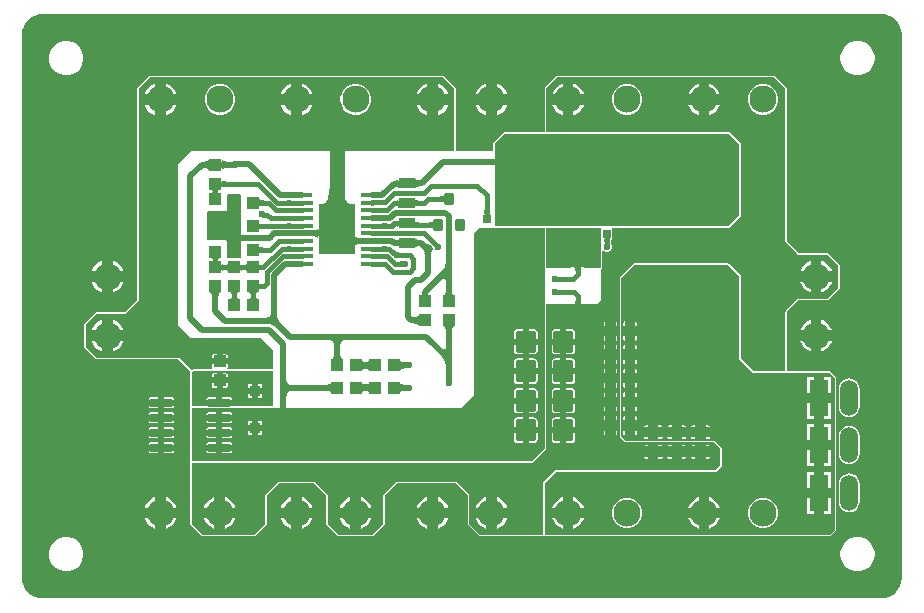
<source format=gtl>
G04*
G04 #@! TF.GenerationSoftware,Altium Limited,Altium Designer,21.9.2 (33)*
G04*
G04 Layer_Physical_Order=1*
G04 Layer_Color=255*
%FSLAX25Y25*%
%MOIN*%
G70*
G04*
G04 #@! TF.SameCoordinates,4B28BFC6-66F2-4CE6-BA62-AB5105B5E065*
G04*
G04*
G04 #@! TF.FilePolarity,Positive*
G04*
G01*
G75*
G04:AMPARAMS|DCode=16|XSize=30.08mil|YSize=39.37mil|CornerRadius=2.26mil|HoleSize=0mil|Usage=FLASHONLY|Rotation=180.000|XOffset=0mil|YOffset=0mil|HoleType=Round|Shape=RoundedRectangle|*
%AMROUNDEDRECTD16*
21,1,0.03008,0.03486,0,0,180.0*
21,1,0.02557,0.03937,0,0,180.0*
1,1,0.00451,-0.01278,0.01743*
1,1,0.00451,0.01278,0.01743*
1,1,0.00451,0.01278,-0.01743*
1,1,0.00451,-0.01278,-0.01743*
%
%ADD16ROUNDEDRECTD16*%
G04:AMPARAMS|DCode=17|XSize=70.08mil|YSize=16.54mil|CornerRadius=2.07mil|HoleSize=0mil|Usage=FLASHONLY|Rotation=0.000|XOffset=0mil|YOffset=0mil|HoleType=Round|Shape=RoundedRectangle|*
%AMROUNDEDRECTD17*
21,1,0.07008,0.01240,0,0,0.0*
21,1,0.06594,0.01654,0,0,0.0*
1,1,0.00413,0.03297,-0.00620*
1,1,0.00413,-0.03297,-0.00620*
1,1,0.00413,-0.03297,0.00620*
1,1,0.00413,0.03297,0.00620*
%
%ADD17ROUNDEDRECTD17*%
%ADD18R,0.12205X0.16929*%
%ADD19R,0.07008X0.01654*%
G04:AMPARAMS|DCode=20|XSize=192.91mil|YSize=153.54mil|CornerRadius=11.52mil|HoleSize=0mil|Usage=FLASHONLY|Rotation=0.000|XOffset=0mil|YOffset=0mil|HoleType=Round|Shape=RoundedRectangle|*
%AMROUNDEDRECTD20*
21,1,0.19291,0.13051,0,0,0.0*
21,1,0.16988,0.15354,0,0,0.0*
1,1,0.02303,0.08494,-0.06526*
1,1,0.02303,-0.08494,-0.06526*
1,1,0.02303,-0.08494,0.06526*
1,1,0.02303,0.08494,0.06526*
%
%ADD20ROUNDEDRECTD20*%
%ADD21R,0.03740X0.03543*%
G04:AMPARAMS|DCode=22|XSize=57.09mil|YSize=122.05mil|CornerRadius=4.28mil|HoleSize=0mil|Usage=FLASHONLY|Rotation=90.000|XOffset=0mil|YOffset=0mil|HoleType=Round|Shape=RoundedRectangle|*
%AMROUNDEDRECTD22*
21,1,0.05709,0.11348,0,0,90.0*
21,1,0.04852,0.12205,0,0,90.0*
1,1,0.00856,0.05674,0.02426*
1,1,0.00856,0.05674,-0.02426*
1,1,0.00856,-0.05674,-0.02426*
1,1,0.00856,-0.05674,0.02426*
%
%ADD22ROUNDEDRECTD22*%
G04:AMPARAMS|DCode=23|XSize=43.31mil|YSize=39.37mil|CornerRadius=2.95mil|HoleSize=0mil|Usage=FLASHONLY|Rotation=0.000|XOffset=0mil|YOffset=0mil|HoleType=Round|Shape=RoundedRectangle|*
%AMROUNDEDRECTD23*
21,1,0.04331,0.03347,0,0,0.0*
21,1,0.03740,0.03937,0,0,0.0*
1,1,0.00591,0.01870,-0.01673*
1,1,0.00591,-0.01870,-0.01673*
1,1,0.00591,-0.01870,0.01673*
1,1,0.00591,0.01870,0.01673*
%
%ADD23ROUNDEDRECTD23*%
G04:AMPARAMS|DCode=24|XSize=43.31mil|YSize=39.37mil|CornerRadius=2.95mil|HoleSize=0mil|Usage=FLASHONLY|Rotation=90.000|XOffset=0mil|YOffset=0mil|HoleType=Round|Shape=RoundedRectangle|*
%AMROUNDEDRECTD24*
21,1,0.04331,0.03347,0,0,90.0*
21,1,0.03740,0.03937,0,0,90.0*
1,1,0.00591,0.01673,0.01870*
1,1,0.00591,0.01673,-0.01870*
1,1,0.00591,-0.01673,-0.01870*
1,1,0.00591,-0.01673,0.01870*
%
%ADD24ROUNDEDRECTD24*%
G04:AMPARAMS|DCode=25|XSize=43.31mil|YSize=39.37mil|CornerRadius=3.94mil|HoleSize=0mil|Usage=FLASHONLY|Rotation=90.000|XOffset=0mil|YOffset=0mil|HoleType=Round|Shape=RoundedRectangle|*
%AMROUNDEDRECTD25*
21,1,0.04331,0.03150,0,0,90.0*
21,1,0.03543,0.03937,0,0,90.0*
1,1,0.00787,0.01575,0.01772*
1,1,0.00787,0.01575,-0.01772*
1,1,0.00787,-0.01575,-0.01772*
1,1,0.00787,-0.01575,0.01772*
%
%ADD25ROUNDEDRECTD25*%
G04:AMPARAMS|DCode=26|XSize=74.8mil|YSize=68.9mil|CornerRadius=6.89mil|HoleSize=0mil|Usage=FLASHONLY|Rotation=270.000|XOffset=0mil|YOffset=0mil|HoleType=Round|Shape=RoundedRectangle|*
%AMROUNDEDRECTD26*
21,1,0.07480,0.05512,0,0,270.0*
21,1,0.06102,0.06890,0,0,270.0*
1,1,0.01378,-0.02756,-0.03051*
1,1,0.01378,-0.02756,0.03051*
1,1,0.01378,0.02756,0.03051*
1,1,0.01378,0.02756,-0.03051*
%
%ADD26ROUNDEDRECTD26*%
G04:AMPARAMS|DCode=27|XSize=55.12mil|YSize=35.43mil|CornerRadius=2.66mil|HoleSize=0mil|Usage=FLASHONLY|Rotation=180.000|XOffset=0mil|YOffset=0mil|HoleType=Round|Shape=RoundedRectangle|*
%AMROUNDEDRECTD27*
21,1,0.05512,0.03012,0,0,180.0*
21,1,0.04980,0.03543,0,0,180.0*
1,1,0.00532,-0.02490,0.01506*
1,1,0.00532,0.02490,0.01506*
1,1,0.00532,0.02490,-0.01506*
1,1,0.00532,-0.02490,-0.01506*
%
%ADD27ROUNDEDRECTD27*%
G04:AMPARAMS|DCode=28|XSize=55.12mil|YSize=35.43mil|CornerRadius=2.66mil|HoleSize=0mil|Usage=FLASHONLY|Rotation=90.000|XOffset=0mil|YOffset=0mil|HoleType=Round|Shape=RoundedRectangle|*
%AMROUNDEDRECTD28*
21,1,0.05512,0.03012,0,0,90.0*
21,1,0.04980,0.03543,0,0,90.0*
1,1,0.00532,0.01506,0.02490*
1,1,0.00532,0.01506,-0.02490*
1,1,0.00532,-0.01506,-0.02490*
1,1,0.00532,-0.01506,0.02490*
%
%ADD28ROUNDEDRECTD28*%
G04:AMPARAMS|DCode=29|XSize=43.31mil|YSize=39.37mil|CornerRadius=3.94mil|HoleSize=0mil|Usage=FLASHONLY|Rotation=180.000|XOffset=0mil|YOffset=0mil|HoleType=Round|Shape=RoundedRectangle|*
%AMROUNDEDRECTD29*
21,1,0.04331,0.03150,0,0,180.0*
21,1,0.03543,0.03937,0,0,180.0*
1,1,0.00787,-0.01772,0.01575*
1,1,0.00787,0.01772,0.01575*
1,1,0.00787,0.01772,-0.01575*
1,1,0.00787,-0.01772,-0.01575*
%
%ADD29ROUNDEDRECTD29*%
G04:AMPARAMS|DCode=30|XSize=28.35mil|YSize=74.8mil|CornerRadius=2.13mil|HoleSize=0mil|Usage=FLASHONLY|Rotation=270.000|XOffset=0mil|YOffset=0mil|HoleType=Round|Shape=RoundedRectangle|*
%AMROUNDEDRECTD30*
21,1,0.02835,0.07055,0,0,270.0*
21,1,0.02410,0.07480,0,0,270.0*
1,1,0.00425,-0.03528,-0.01205*
1,1,0.00425,-0.03528,0.01205*
1,1,0.00425,0.03528,0.01205*
1,1,0.00425,0.03528,-0.01205*
%
%ADD30ROUNDEDRECTD30*%
%ADD52R,0.02657X0.03150*%
%ADD53R,0.17756X0.16910*%
%ADD54C,0.02000*%
%ADD55C,0.01500*%
%ADD56C,0.05000*%
%ADD57R,0.05937X0.11874*%
%ADD58O,0.05937X0.11874*%
%ADD59C,0.09055*%
%ADD60C,0.03150*%
%ADD61C,0.02362*%
G36*
X288739Y195702D02*
X290026Y195311D01*
X291211Y194678D01*
X292250Y193825D01*
X293103Y192786D01*
X293737Y191601D01*
X294127Y190314D01*
X294258Y188985D01*
X294256Y188976D01*
Y7874D01*
X294258Y7865D01*
X294127Y6536D01*
X293737Y5250D01*
X293103Y4064D01*
X292250Y3025D01*
X291211Y2173D01*
X290026Y1539D01*
X288739Y1149D01*
X287410Y1018D01*
X287402Y1020D01*
X7874D01*
X7865Y1018D01*
X6536Y1149D01*
X5250Y1539D01*
X4064Y2173D01*
X3025Y3025D01*
X2173Y4064D01*
X1539Y5250D01*
X1149Y6536D01*
X1018Y7865D01*
X1020Y7874D01*
Y188976D01*
X1018Y188985D01*
X1149Y190314D01*
X1539Y191601D01*
X2173Y192786D01*
X3025Y193825D01*
X4064Y194678D01*
X5250Y195311D01*
X6536Y195702D01*
X7865Y195833D01*
X7874Y195831D01*
X287402D01*
X287410Y195833D01*
X288739Y195702D01*
D02*
G37*
%LPC*%
G36*
X280279Y186811D02*
X278776D01*
X277324Y186422D01*
X276022Y185670D01*
X274959Y184608D01*
X274208Y183306D01*
X273819Y181854D01*
Y180351D01*
X274208Y178899D01*
X274959Y177597D01*
X276022Y176534D01*
X277324Y175783D01*
X278776Y175394D01*
X280279D01*
X281731Y175783D01*
X283033Y176534D01*
X284096Y177597D01*
X284847Y178899D01*
X285236Y180351D01*
Y181854D01*
X284847Y183306D01*
X284096Y184608D01*
X283033Y185670D01*
X281731Y186422D01*
X280279Y186811D01*
D02*
G37*
G36*
X16500D02*
X14997D01*
X13545Y186422D01*
X12243Y185670D01*
X11180Y184608D01*
X10428Y183306D01*
X10039Y181854D01*
Y180351D01*
X10428Y178899D01*
X11180Y177597D01*
X12243Y176534D01*
X13545Y175783D01*
X14997Y175394D01*
X16500D01*
X17952Y175783D01*
X19253Y176534D01*
X20316Y177597D01*
X21068Y178899D01*
X21457Y180351D01*
Y181854D01*
X21068Y183306D01*
X20316Y184608D01*
X19253Y185670D01*
X17952Y186422D01*
X16500Y186811D01*
D02*
G37*
G36*
X159230Y172576D02*
Y169073D01*
X162734D01*
X162631Y169456D01*
X161904Y170717D01*
X160874Y171746D01*
X159614Y172474D01*
X159230Y172576D01*
D02*
G37*
G36*
X155730D02*
X155347Y172474D01*
X154086Y171746D01*
X153057Y170717D01*
X152329Y169456D01*
X152227Y169073D01*
X155730D01*
Y172576D01*
D02*
G37*
G36*
X162734Y165573D02*
X159230D01*
Y162069D01*
X159614Y162172D01*
X160874Y162900D01*
X161904Y163929D01*
X162631Y165189D01*
X162734Y165573D01*
D02*
G37*
G36*
X155730D02*
X152227D01*
X152329Y165189D01*
X153057Y163929D01*
X154086Y162900D01*
X155347Y162172D01*
X155730Y162069D01*
Y165573D01*
D02*
G37*
G36*
X251969Y175197D02*
X179134D01*
X175197Y171260D01*
Y156447D01*
X161811Y156447D01*
X161811Y156447D01*
X161428Y156288D01*
X158279Y153139D01*
X158120Y152756D01*
X158120Y152756D01*
Y150000D01*
X145669D01*
Y171260D01*
X141732Y175197D01*
X43307D01*
X39370Y171260D01*
Y100394D01*
X35433Y96457D01*
X25591D01*
X21654Y92520D01*
Y84646D01*
X25591Y80709D01*
X53150D01*
X57087Y76772D01*
Y42323D01*
Y25591D01*
X61024Y21654D01*
X78740D01*
X82677Y25591D01*
Y35433D01*
X86614Y39370D01*
X98425D01*
X102362Y35433D01*
Y25591D01*
X106299Y21654D01*
X118110Y21654D01*
X122047Y25591D01*
Y35433D01*
X125984Y39370D01*
X145669D01*
X149606Y35433D01*
Y25591D01*
X153543Y21654D01*
X270472D01*
X272441Y23622D01*
Y74803D01*
X270472Y76772D01*
X255906D01*
Y96457D01*
X259842Y100394D01*
X269685D01*
X273622Y104331D01*
Y112205D01*
X269685Y116142D01*
X259842D01*
X255906Y120079D01*
Y171260D01*
X251969Y175197D01*
D02*
G37*
G36*
X31278Y113521D02*
Y110018D01*
X34781D01*
X34678Y110401D01*
X33951Y111662D01*
X32922Y112691D01*
X31661Y113419D01*
X31278Y113521D01*
D02*
G37*
G36*
X27778D02*
X27394Y113419D01*
X26134Y112691D01*
X25104Y111662D01*
X24377Y110401D01*
X24274Y110018D01*
X27778D01*
Y113521D01*
D02*
G37*
G36*
X34781Y106518D02*
X31278D01*
Y103014D01*
X31661Y103117D01*
X32922Y103845D01*
X33951Y104874D01*
X34678Y106134D01*
X34781Y106518D01*
D02*
G37*
G36*
X27778D02*
X24274D01*
X24377Y106134D01*
X25104Y104874D01*
X26134Y103845D01*
X27394Y103117D01*
X27778Y103014D01*
Y106518D01*
D02*
G37*
G36*
X267498Y93836D02*
Y90333D01*
X271002D01*
X270899Y90716D01*
X270171Y91977D01*
X269142Y93006D01*
X267882Y93734D01*
X267498Y93836D01*
D02*
G37*
G36*
X263998Y93836D02*
X263615Y93734D01*
X262354Y93006D01*
X261325Y91977D01*
X260597Y90716D01*
X260494Y90333D01*
X263998D01*
Y93836D01*
D02*
G37*
G36*
X271002Y86833D02*
X267498D01*
Y83329D01*
X267882Y83432D01*
X269142Y84159D01*
X270171Y85189D01*
X270899Y86449D01*
X271002Y86833D01*
D02*
G37*
G36*
X263998D02*
X260494D01*
X260597Y86449D01*
X261325Y85189D01*
X262354Y84159D01*
X263615Y83432D01*
X263998Y83329D01*
Y86833D01*
D02*
G37*
G36*
X50968Y68175D02*
X48441D01*
Y67243D01*
X51695D01*
Y67448D01*
X51640Y67726D01*
X51482Y67962D01*
X51247Y68119D01*
X50968Y68175D01*
D02*
G37*
G36*
X46441D02*
X43913D01*
X43635Y68119D01*
X43400Y67962D01*
X43242Y67726D01*
X43187Y67448D01*
Y67243D01*
X46441D01*
Y68175D01*
D02*
G37*
G36*
X51695Y65243D02*
X48441D01*
Y64312D01*
X50968D01*
X51247Y64367D01*
X51482Y64525D01*
X51640Y64761D01*
X51695Y65039D01*
Y65243D01*
D02*
G37*
G36*
X46441D02*
X43187D01*
Y65039D01*
X43242Y64761D01*
X43400Y64525D01*
X43635Y64367D01*
X43913Y64312D01*
X46441D01*
Y65243D01*
D02*
G37*
G36*
X50968Y63175D02*
X48441D01*
Y62243D01*
X51695D01*
Y62448D01*
X51640Y62726D01*
X51482Y62962D01*
X51247Y63119D01*
X50968Y63175D01*
D02*
G37*
G36*
X46441D02*
X43913D01*
X43635Y63119D01*
X43400Y62962D01*
X43242Y62726D01*
X43187Y62448D01*
Y62243D01*
X46441D01*
Y63175D01*
D02*
G37*
G36*
X276732Y74380D02*
X275827Y74261D01*
X274983Y73912D01*
X274258Y73356D01*
X273703Y72631D01*
X273353Y71787D01*
X273234Y70882D01*
Y64945D01*
X273353Y64039D01*
X273703Y63196D01*
X274258Y62471D01*
X274983Y61915D01*
X275827Y61566D01*
X276732Y61446D01*
X277638Y61566D01*
X278482Y61915D01*
X279206Y62471D01*
X279762Y63196D01*
X280112Y64039D01*
X280231Y64945D01*
Y70882D01*
X280112Y71787D01*
X279762Y72631D01*
X279206Y73356D01*
X278482Y73912D01*
X277638Y74261D01*
X276732Y74380D01*
D02*
G37*
G36*
X51695Y60243D02*
X48441D01*
Y59312D01*
X50968D01*
X51247Y59367D01*
X51482Y59525D01*
X51640Y59761D01*
X51695Y60039D01*
Y60243D01*
D02*
G37*
G36*
X46441D02*
X43187D01*
Y60039D01*
X43242Y59761D01*
X43400Y59525D01*
X43635Y59367D01*
X43913Y59312D01*
X46441D01*
Y60243D01*
D02*
G37*
G36*
X50968Y58175D02*
X48441D01*
Y57243D01*
X51695D01*
Y57448D01*
X51640Y57726D01*
X51482Y57962D01*
X51247Y58119D01*
X50968Y58175D01*
D02*
G37*
G36*
X46441D02*
X43913D01*
X43635Y58119D01*
X43400Y57962D01*
X43242Y57726D01*
X43187Y57448D01*
Y57243D01*
X46441D01*
Y58175D01*
D02*
G37*
G36*
X51695Y55243D02*
X48441D01*
Y54312D01*
X50968D01*
X51247Y54367D01*
X51482Y54525D01*
X51640Y54761D01*
X51695Y55039D01*
Y55243D01*
D02*
G37*
G36*
X46441D02*
X43187D01*
Y55039D01*
X43242Y54761D01*
X43400Y54525D01*
X43635Y54367D01*
X43913Y54312D01*
X46441D01*
Y55243D01*
D02*
G37*
G36*
X50968Y53175D02*
X48441D01*
Y52243D01*
X51695D01*
Y52448D01*
X51640Y52726D01*
X51482Y52962D01*
X51247Y53119D01*
X50968Y53175D01*
D02*
G37*
G36*
X46441D02*
X43913D01*
X43635Y53119D01*
X43400Y52962D01*
X43242Y52726D01*
X43187Y52448D01*
Y52243D01*
X46441D01*
Y53175D01*
D02*
G37*
G36*
X51695Y50243D02*
X48441D01*
Y49312D01*
X50968D01*
X51247Y49367D01*
X51482Y49525D01*
X51640Y49761D01*
X51695Y50039D01*
Y50243D01*
D02*
G37*
G36*
X46441D02*
X43187D01*
Y50039D01*
X43242Y49761D01*
X43400Y49525D01*
X43635Y49367D01*
X43913Y49312D01*
X46441D01*
Y50243D01*
D02*
G37*
G36*
X276732Y58632D02*
X275827Y58513D01*
X274983Y58164D01*
X274258Y57608D01*
X273703Y56883D01*
X273353Y56039D01*
X273234Y55134D01*
Y49197D01*
X273353Y48291D01*
X273703Y47448D01*
X274258Y46723D01*
X274983Y46167D01*
X275827Y45818D01*
X276732Y45698D01*
X277638Y45818D01*
X278482Y46167D01*
X279206Y46723D01*
X279762Y47448D01*
X280112Y48291D01*
X280231Y49197D01*
Y55134D01*
X280112Y56039D01*
X279762Y56883D01*
X279206Y57608D01*
X278482Y58164D01*
X277638Y58513D01*
X276732Y58632D01*
D02*
G37*
G36*
X139545Y34781D02*
Y31278D01*
X143049D01*
X142946Y31661D01*
X142218Y32922D01*
X141189Y33951D01*
X139929Y34678D01*
X139545Y34781D01*
D02*
G37*
G36*
X136045D02*
X135662Y34678D01*
X134401Y33951D01*
X133372Y32922D01*
X132644Y31661D01*
X132542Y31278D01*
X136045D01*
Y34781D01*
D02*
G37*
G36*
X94270D02*
Y31278D01*
X97773D01*
X97671Y31661D01*
X96943Y32922D01*
X95914Y33951D01*
X94653Y34678D01*
X94270Y34781D01*
D02*
G37*
G36*
X90770D02*
X90386Y34678D01*
X89126Y33951D01*
X88096Y32922D01*
X87369Y31661D01*
X87266Y31278D01*
X90770D01*
Y34781D01*
D02*
G37*
G36*
X48994D02*
Y31278D01*
X52498D01*
X52395Y31661D01*
X51667Y32922D01*
X50638Y33951D01*
X49378Y34678D01*
X48994Y34781D01*
D02*
G37*
G36*
X45494D02*
X45110Y34678D01*
X43850Y33951D01*
X42821Y32922D01*
X42093Y31661D01*
X41990Y31278D01*
X45494D01*
Y34781D01*
D02*
G37*
G36*
X276772Y42687D02*
X275866Y42568D01*
X275022Y42219D01*
X274298Y41663D01*
X273742Y40938D01*
X273392Y40094D01*
X273273Y39189D01*
Y33252D01*
X273392Y32346D01*
X273742Y31503D01*
X274298Y30778D01*
X275022Y30222D01*
X275866Y29873D01*
X276772Y29754D01*
X277677Y29873D01*
X278521Y30222D01*
X279245Y30778D01*
X279801Y31503D01*
X280151Y32346D01*
X280270Y33252D01*
Y39189D01*
X280151Y40094D01*
X279801Y40938D01*
X279245Y41663D01*
X278521Y42219D01*
X277677Y42568D01*
X276772Y42687D01*
D02*
G37*
G36*
X143049Y27778D02*
X139545D01*
Y24274D01*
X139929Y24377D01*
X141189Y25104D01*
X142218Y26134D01*
X142946Y27394D01*
X143049Y27778D01*
D02*
G37*
G36*
X136045D02*
X132542D01*
X132644Y27394D01*
X133372Y26134D01*
X134401Y25104D01*
X135662Y24377D01*
X136045Y24274D01*
Y27778D01*
D02*
G37*
G36*
X97773D02*
X94270D01*
Y24274D01*
X94653Y24377D01*
X95914Y25104D01*
X96943Y26134D01*
X97671Y27394D01*
X97773Y27778D01*
D02*
G37*
G36*
X90770D02*
X87266D01*
X87369Y27394D01*
X88096Y26134D01*
X89126Y25104D01*
X90386Y24377D01*
X90770Y24274D01*
Y27778D01*
D02*
G37*
G36*
X52498D02*
X48994D01*
Y24274D01*
X49378Y24377D01*
X50638Y25104D01*
X51667Y26134D01*
X52395Y27394D01*
X52498Y27778D01*
D02*
G37*
G36*
X45494D02*
X41990D01*
X42093Y27394D01*
X42821Y26134D01*
X43850Y25104D01*
X45110Y24377D01*
X45494Y24274D01*
Y27778D01*
D02*
G37*
G36*
X280279Y21457D02*
X278776D01*
X277324Y21068D01*
X276022Y20316D01*
X274959Y19253D01*
X274208Y17952D01*
X273819Y16500D01*
Y14997D01*
X274208Y13545D01*
X274959Y12243D01*
X276022Y11180D01*
X277324Y10428D01*
X278776Y10039D01*
X280279D01*
X281731Y10428D01*
X283033Y11180D01*
X284096Y12243D01*
X284847Y13545D01*
X285236Y14997D01*
Y16500D01*
X284847Y17952D01*
X284096Y19253D01*
X283033Y20316D01*
X281731Y21068D01*
X280279Y21457D01*
D02*
G37*
G36*
X16500D02*
X14997D01*
X13545Y21068D01*
X12243Y20316D01*
X11180Y19253D01*
X10428Y17952D01*
X10039Y16500D01*
Y14997D01*
X10428Y13545D01*
X11180Y12243D01*
X12243Y11180D01*
X13545Y10428D01*
X14997Y10039D01*
X16500D01*
X17952Y10428D01*
X19253Y11180D01*
X20316Y12243D01*
X21068Y13545D01*
X21457Y14997D01*
Y16500D01*
X21068Y17952D01*
X20316Y19253D01*
X19253Y20316D01*
X17952Y21068D01*
X16500Y21457D01*
D02*
G37*
%LPD*%
G36*
X67667Y147291D02*
X67807Y147150D01*
X67967Y147026D01*
X68146Y146918D01*
X68345Y146827D01*
X68563Y146753D01*
X68801Y146695D01*
X69058Y146653D01*
X69335Y146628D01*
X69631Y146620D01*
Y144620D01*
X69347Y144611D01*
X69079Y144583D01*
X68828Y144537D01*
X68594Y144472D01*
X68378Y144388D01*
X68177Y144287D01*
X67994Y144166D01*
X67828Y144027D01*
X67679Y143869D01*
X67547Y143693D01*
Y147448D01*
X67667Y147291D01*
D02*
G37*
G36*
X63398Y143693D02*
X63272Y143860D01*
X63127Y144009D01*
X62964Y144141D01*
X62783Y144255D01*
X62584Y144351D01*
X62366Y144430D01*
X62130Y144492D01*
X61876Y144536D01*
X61604Y144562D01*
X61313Y144571D01*
Y146571D01*
X61604Y146580D01*
X61876Y146606D01*
X62130Y146650D01*
X62366Y146711D01*
X62584Y146790D01*
X62783Y146887D01*
X62964Y147001D01*
X63127Y147132D01*
X63272Y147282D01*
X63398Y147448D01*
Y143693D01*
D02*
G37*
G36*
X67634Y140629D02*
X67680Y140502D01*
X67755Y140389D01*
X67861Y140292D01*
X67997Y140209D01*
X68164Y140142D01*
X68360Y140089D01*
X68587Y140052D01*
X68844Y140029D01*
X69131Y140022D01*
Y138522D01*
X68844Y138514D01*
X68587Y138492D01*
X68360Y138454D01*
X68164Y138402D01*
X67997Y138334D01*
X67861Y138252D01*
X67755Y138154D01*
X67680Y138042D01*
X67634Y137914D01*
X67619Y137772D01*
Y140772D01*
X67634Y140629D01*
D02*
G37*
G36*
X126583Y137697D02*
X126564Y137806D01*
X126513Y137903D01*
X126428Y137990D01*
X126311Y138065D01*
X126162Y138128D01*
X125979Y138180D01*
X125764Y138220D01*
X125516Y138249D01*
X125235Y138266D01*
X124921Y138272D01*
Y140272D01*
X125226Y140277D01*
X125739Y140324D01*
X125947Y140365D01*
X126123Y140417D01*
X126266Y140481D01*
X126377Y140557D01*
X126455Y140644D01*
X126501Y140743D01*
X126515Y140853D01*
X126583Y137697D01*
D02*
G37*
G36*
X132029Y140928D02*
X132155Y140811D01*
X132305Y140708D01*
X132478Y140618D01*
X132674Y140542D01*
X132893Y140480D01*
X133135Y140432D01*
X133401Y140398D01*
X133689Y140377D01*
X134001Y140370D01*
Y138370D01*
X133689Y138363D01*
X133135Y138308D01*
X132893Y138260D01*
X132674Y138198D01*
X132478Y138122D01*
X132305Y138032D01*
X132155Y137929D01*
X132029Y137812D01*
X131925Y137681D01*
Y141059D01*
X132029Y140928D01*
D02*
G37*
G36*
X66230Y137328D02*
X66230Y137322D01*
X66972D01*
X66830Y137306D01*
X66702Y137261D01*
X66590Y137186D01*
X66492Y137080D01*
X66410Y136944D01*
X66342Y136777D01*
X66325Y136713D01*
X66342Y136648D01*
X66410Y136482D01*
X66492Y136346D01*
X66590Y136240D01*
X66702Y136164D01*
X66830Y136119D01*
X66972Y136104D01*
X66230D01*
X66230Y136097D01*
X66222Y135810D01*
X64722D01*
X64715Y136097D01*
X64714Y136104D01*
X63972D01*
X64115Y136119D01*
X64242Y136164D01*
X64355Y136240D01*
X64452Y136346D01*
X64535Y136482D01*
X64602Y136648D01*
X64620Y136713D01*
X64602Y136777D01*
X64535Y136944D01*
X64452Y137080D01*
X64355Y137186D01*
X64242Y137261D01*
X64115Y137306D01*
X63972Y137322D01*
X64714D01*
X64715Y137328D01*
X64722Y137616D01*
X66222D01*
X66230Y137328D01*
D02*
G37*
G36*
X141810Y132752D02*
X141794Y132895D01*
X141749Y133022D01*
X141674Y133134D01*
X141568Y133232D01*
X141432Y133315D01*
X141265Y133382D01*
X141069Y133434D01*
X140842Y133472D01*
X140585Y133494D01*
X140298Y133502D01*
Y135002D01*
X140585Y135010D01*
X140842Y135032D01*
X141069Y135070D01*
X141265Y135122D01*
X141432Y135189D01*
X141568Y135272D01*
X141674Y135370D01*
X141749Y135482D01*
X141794Y135609D01*
X141810Y135752D01*
Y132752D01*
D02*
G37*
G36*
X108431Y136516D02*
X108505Y135664D01*
X108631Y134912D01*
X108806Y134261D01*
X109030Y133709D01*
X109306Y133258D01*
X109631Y132907D01*
X110005Y132657D01*
X110431Y132506D01*
X110906Y132456D01*
X100906D01*
X101381Y132506D01*
X101805Y132657D01*
X102181Y132907D01*
X102506Y133258D01*
X102780Y133709D01*
X103006Y134261D01*
X103181Y134912D01*
X103305Y135664D01*
X103381Y136516D01*
X103405Y137468D01*
X108405D01*
X108431Y136516D01*
D02*
G37*
G36*
X121969Y132243D02*
X121045Y132203D01*
Y133741D01*
X121969Y133743D01*
Y132243D01*
D02*
G37*
G36*
X90766Y132203D02*
X90750Y132207D01*
X90703Y132210D01*
X90024Y132221D01*
X89258Y132222D01*
Y133722D01*
X90766Y133741D01*
Y132203D01*
D02*
G37*
G36*
X80036Y134330D02*
X80081Y134202D01*
X80157Y134090D01*
X80263Y133992D01*
X80399Y133910D01*
X80565Y133842D01*
X80762Y133790D01*
X80989Y133752D01*
X81246Y133730D01*
X81533Y133722D01*
Y132222D01*
X81246Y132215D01*
X80989Y132192D01*
X80762Y132155D01*
X80565Y132102D01*
X80399Y132035D01*
X80263Y131952D01*
X80157Y131855D01*
X80081Y131742D01*
X80036Y131615D01*
X80021Y131472D01*
Y134472D01*
X80036Y134330D01*
D02*
G37*
G36*
X132004Y134231D02*
X132049Y134104D01*
X132125Y133992D01*
X132231Y133894D01*
X132367Y133811D01*
X132533Y133744D01*
X132730Y133692D01*
X132957Y133654D01*
X133214Y133632D01*
X133501Y133624D01*
Y132124D01*
X133214Y132116D01*
X132957Y132094D01*
X132730Y132056D01*
X132533Y132004D01*
X132367Y131937D01*
X132231Y131854D01*
X132125Y131756D01*
X132049Y131644D01*
X132004Y131517D01*
X131989Y131374D01*
Y134374D01*
X132004Y134231D01*
D02*
G37*
G36*
X126532Y131284D02*
X126516Y131427D01*
X126470Y131554D01*
X126393Y131666D01*
X126285Y131763D01*
X126148Y131845D01*
X125979Y131913D01*
X125781Y131965D01*
X125552Y132002D01*
X125293Y132025D01*
X125003Y132032D01*
Y133532D01*
X125291Y133540D01*
X125549Y133562D01*
X125776Y133600D01*
X125973Y133652D01*
X126139Y133720D01*
X126275Y133802D01*
X126381Y133900D01*
X126456Y134012D01*
X126501Y134140D01*
X126515Y134282D01*
X126532Y131284D01*
D02*
G37*
G36*
X62717Y129823D02*
X62618Y129921D01*
Y129921D01*
X62717Y129823D01*
D02*
G37*
G36*
X121061Y131179D02*
X121107Y131176D01*
X121780Y131165D01*
X122539Y131163D01*
Y129663D01*
X121045Y129644D01*
Y131183D01*
X121061Y131179D01*
D02*
G37*
G36*
X90766Y129644D02*
X90750Y129648D01*
X90703Y129651D01*
X90024Y129662D01*
X89258Y129663D01*
Y131163D01*
X90766Y131183D01*
Y129644D01*
D02*
G37*
G36*
X156661Y130337D02*
X156707Y129857D01*
X156746Y129662D01*
X156797Y129497D01*
X156860Y129362D01*
X156933Y129257D01*
X157018Y129182D01*
X157115Y129137D01*
X157222Y129122D01*
X154589D01*
X154697Y129137D01*
X154793Y129182D01*
X154878Y129257D01*
X154952Y129362D01*
X155014Y129497D01*
X155065Y129662D01*
X155104Y129857D01*
X155133Y130082D01*
X155150Y130337D01*
X155156Y130622D01*
X156656D01*
X156661Y130337D01*
D02*
G37*
G36*
X90766Y127085D02*
X90750Y127089D01*
X90703Y127092D01*
X90024Y127103D01*
X89258Y127104D01*
Y128604D01*
X90766Y128623D01*
Y127085D01*
D02*
G37*
G36*
X240158Y152559D02*
Y128937D01*
X236221Y125000D01*
X158661Y125000D01*
X158661Y152756D01*
X161811Y155905D01*
X236811Y155905D01*
X240158Y152559D01*
D02*
G37*
G36*
X121061Y126061D02*
X121107Y126058D01*
X121787Y126047D01*
X122553Y126045D01*
Y124545D01*
X121045Y124526D01*
Y126064D01*
X121061Y126061D01*
D02*
G37*
G36*
X90766Y124526D02*
X90750Y124530D01*
X90703Y124533D01*
X90024Y124544D01*
X89258Y124545D01*
Y126045D01*
X90766Y126064D01*
Y124526D01*
D02*
G37*
G36*
X126515Y124501D02*
X126500Y124640D01*
X126455Y124765D01*
X126381Y124875D01*
X126276Y124970D01*
X126141Y125051D01*
X125977Y125117D01*
X125782Y125168D01*
X125558Y125205D01*
X125304Y125227D01*
X125020Y125234D01*
Y126734D01*
X125304Y126742D01*
X125558Y126764D01*
X125782Y126800D01*
X125977Y126852D01*
X126141Y126918D01*
X126276Y126998D01*
X126381Y127094D01*
X126455Y127204D01*
X126500Y127328D01*
X126515Y127468D01*
Y124501D01*
D02*
G37*
G36*
X255364Y171036D02*
Y120079D01*
X255523Y119696D01*
X255523Y119696D01*
X259460Y115759D01*
X259842Y115601D01*
X259842Y115601D01*
X269461D01*
X273081Y111980D01*
Y104555D01*
X269461Y100935D01*
X259842D01*
X259460Y100776D01*
X259460Y100776D01*
X255523Y96839D01*
X255364Y96457D01*
X255364Y96457D01*
Y76772D01*
X255331Y76722D01*
X244909D01*
X240699Y80933D01*
Y108268D01*
X240540Y108651D01*
X240540Y108651D01*
X236603Y112587D01*
X236603Y112587D01*
X236221Y112746D01*
X236220Y112746D01*
X205118Y112746D01*
X204735Y112587D01*
X204735Y112587D01*
X200405Y108257D01*
X200246Y107874D01*
X200246Y107874D01*
Y55118D01*
X200246Y55118D01*
X200405Y54735D01*
X200405Y54735D01*
X201979Y53161D01*
X202362Y53002D01*
X202362Y53002D01*
X231666D01*
X233711Y50957D01*
Y45500D01*
X232059Y43848D01*
X179134D01*
X178751Y43690D01*
X178751Y43690D01*
X174814Y39753D01*
X174656Y39370D01*
X174656Y39370D01*
Y22195D01*
X153768D01*
X150147Y25815D01*
Y35433D01*
X150147Y35433D01*
X149989Y35816D01*
X146052Y39753D01*
X145669Y39911D01*
X145669Y39911D01*
X125984D01*
X125984Y39911D01*
X125602Y39753D01*
X121665Y35816D01*
X121506Y35433D01*
X121506Y35433D01*
Y25815D01*
X117886Y22195D01*
X106523Y22195D01*
X102903Y25815D01*
Y35433D01*
X102903Y35433D01*
X102745Y35816D01*
X98808Y39753D01*
X98425Y39911D01*
X98425Y39911D01*
X86614D01*
X86614Y39911D01*
X86231Y39753D01*
X82294Y35816D01*
X82136Y35433D01*
X82136Y35433D01*
Y25815D01*
X78516Y22195D01*
X61248D01*
X57628Y25815D01*
Y42323D01*
Y46309D01*
X170866Y46309D01*
X170866Y46309D01*
X171249Y46468D01*
X171249Y46468D01*
X175580Y50798D01*
X175580Y50798D01*
X175738Y51181D01*
X175738Y51181D01*
Y99213D01*
X185336Y99213D01*
X185351Y99249D01*
X185403Y99445D01*
X185441Y99672D01*
X185463Y99929D01*
X185470Y100217D01*
X186970D01*
X186978Y99929D01*
X187001Y99672D01*
X187038Y99445D01*
X187091Y99249D01*
X187105Y99213D01*
X192520D01*
X193898Y100591D01*
Y110679D01*
X194280Y110838D01*
X194439Y111221D01*
Y116650D01*
X194939Y116857D01*
X195022Y116774D01*
X195640Y116518D01*
X196309D01*
X196927Y116774D01*
X197400Y117247D01*
X197655Y117864D01*
Y118533D01*
X197400Y119151D01*
X197297Y119254D01*
X197271Y119638D01*
X197271Y119640D01*
X197286Y119866D01*
X197310Y120055D01*
X197340Y120204D01*
X197372Y120309D01*
X197396Y120360D01*
X197407Y120366D01*
X197803D01*
Y120808D01*
X197832Y120878D01*
X197817Y120915D01*
X197827Y120953D01*
X197803Y120994D01*
Y124459D01*
X236221D01*
X236221Y124459D01*
X236603Y124617D01*
X240540Y128554D01*
X240699Y128937D01*
X240699Y128937D01*
Y152559D01*
X240540Y152942D01*
X240540Y152942D01*
X237194Y156288D01*
X237194Y156288D01*
X236811Y156447D01*
X236811Y156447D01*
X176238Y156447D01*
X175738Y156447D01*
Y171036D01*
X179358Y174656D01*
X251744D01*
X255364Y171036D01*
D02*
G37*
G36*
X132001Y126948D02*
X132044Y126821D01*
X132118Y126708D01*
X132223Y126611D01*
X132358Y126528D01*
X132525Y126461D01*
X132722Y126408D01*
X132951Y126371D01*
X133211Y126348D01*
X133501Y126341D01*
Y124841D01*
X133267Y124835D01*
X132850Y124792D01*
X132667Y124753D01*
X132501Y124704D01*
X132352Y124644D01*
X132220Y124573D01*
X132105Y124492D01*
X132006Y124399D01*
X131925Y124295D01*
X131989Y127091D01*
X132001Y126948D01*
D02*
G37*
G36*
X110036Y123610D02*
X109100Y122895D01*
X108268Y122063D01*
X108261Y122097D01*
X108242Y122141D01*
X108209Y122196D01*
X108163Y122261D01*
X108031Y122422D01*
X107845Y122624D01*
X107607Y122869D01*
X107754Y123015D01*
X107652Y123119D01*
X108337Y123599D01*
X109021Y124283D01*
X109143Y124163D01*
X109315Y124284D01*
X110036Y123610D01*
D02*
G37*
G36*
X138069Y124091D02*
X138054Y124233D01*
X138009Y124361D01*
X137933Y124473D01*
X137828Y124571D01*
X137691Y124653D01*
X137525Y124721D01*
X137329Y124773D01*
X137102Y124811D01*
X136845Y124833D01*
X136557Y124841D01*
Y126341D01*
X136845Y126348D01*
X137102Y126371D01*
X137329Y126408D01*
X137525Y126461D01*
X137691Y126528D01*
X137828Y126611D01*
X137933Y126708D01*
X138009Y126821D01*
X138054Y126948D01*
X138069Y127091D01*
Y124091D01*
D02*
G37*
G36*
X104335Y123642D02*
X105349Y123521D01*
X104412Y121548D01*
X104391Y121584D01*
X104352Y121616D01*
X104296Y121644D01*
X104223Y121669D01*
X104132Y121689D01*
X104024Y121706D01*
X103947Y121713D01*
X103850Y121706D01*
X103742Y121689D01*
X103651Y121669D01*
X103578Y121644D01*
X103522Y121616D01*
X103483Y121584D01*
X103462Y121548D01*
X101969Y122985D01*
X102525Y123521D01*
X103539Y123642D01*
X103544Y123736D01*
X103937Y123689D01*
X104330Y123736D01*
X104335Y123642D01*
D02*
G37*
G36*
X121061Y123502D02*
X121107Y123498D01*
X121787Y123488D01*
X122553Y123486D01*
X122553Y121986D01*
X121045Y121967D01*
Y123505D01*
X121061Y123502D01*
D02*
G37*
G36*
X99827Y123710D02*
X101412Y123521D01*
X101969Y122985D01*
X100475Y121548D01*
X100454Y121584D01*
X100415Y121616D01*
X100359Y121644D01*
X100285Y121669D01*
X100195Y121689D01*
X100086Y121706D01*
X99827Y121723D01*
Y120736D01*
X99807Y120926D01*
X99747Y121096D01*
X99646Y121246D01*
X99505Y121376D01*
X99324Y121486D01*
X99103Y121576D01*
X98841Y121646D01*
X98540Y121696D01*
X98197Y121726D01*
X97815Y121736D01*
Y123736D01*
X98197Y123746D01*
X98540Y123776D01*
X98841Y123826D01*
X99103Y123896D01*
X99324Y123986D01*
X99505Y124096D01*
X99646Y124226D01*
X99747Y124376D01*
X99807Y124546D01*
X99827Y124736D01*
Y123710D01*
D02*
G37*
G36*
X90766Y119408D02*
X90750Y119412D01*
X90703Y119415D01*
X90024Y119425D01*
X89258Y119427D01*
Y120927D01*
X90766Y120946D01*
Y119408D01*
D02*
G37*
G36*
X197184Y120863D02*
X197087Y120818D01*
X197002Y120743D01*
X196928Y120638D01*
X196866Y120503D01*
X196815Y120338D01*
X196775Y120143D01*
X196747Y119918D01*
X196730Y119663D01*
X196729Y119625D01*
X196762Y119144D01*
X196774Y119097D01*
X196787Y119064D01*
X196801Y119042D01*
X195148D01*
X195162Y119064D01*
X195175Y119097D01*
X195187Y119144D01*
X195197Y119203D01*
X195212Y119358D01*
X195221Y119554D01*
X195219Y119663D01*
X195173Y120143D01*
X195134Y120338D01*
X195083Y120503D01*
X195020Y120638D01*
X194947Y120743D01*
X194862Y120818D01*
X194765Y120863D01*
X194658Y120878D01*
X197291D01*
X197184Y120863D01*
D02*
G37*
G36*
X112004Y121987D02*
X112064Y121817D01*
X112165Y121667D01*
X112306Y121537D01*
X112487Y121427D01*
X112708Y121337D01*
X112970Y121267D01*
X113272Y121217D01*
X113614Y121187D01*
X113996Y121177D01*
Y119177D01*
X113614Y119167D01*
X113272Y119137D01*
X112970Y119087D01*
X112708Y119017D01*
X112487Y118927D01*
X112306Y118817D01*
X112165Y118687D01*
X112064Y118537D01*
X112004Y118367D01*
X111984Y118177D01*
Y122177D01*
X112004Y121987D01*
D02*
G37*
G36*
X139243Y119693D02*
X139652Y119335D01*
X139693Y119311D01*
X139727Y119296D01*
X139752Y119291D01*
X138583Y118122D01*
X138578Y118147D01*
X138563Y118181D01*
X138539Y118222D01*
X138504Y118270D01*
X138405Y118391D01*
X138266Y118543D01*
X138087Y118726D01*
X139148Y119787D01*
X139243Y119693D01*
D02*
G37*
G36*
X126515Y118005D02*
X126500Y118097D01*
X126455Y118179D01*
X126381Y118251D01*
X126276Y118314D01*
X126141Y118367D01*
X125977Y118411D01*
X125782Y118445D01*
X125558Y118469D01*
X125020Y118488D01*
Y120488D01*
X125304Y120493D01*
X125782Y120532D01*
X125977Y120565D01*
X126141Y120609D01*
X126276Y120662D01*
X126381Y120725D01*
X126455Y120798D01*
X126500Y120880D01*
X126515Y120972D01*
Y118005D01*
D02*
G37*
G36*
X132029Y121046D02*
X132155Y120929D01*
X132305Y120826D01*
X132478Y120736D01*
X132674Y120660D01*
X132893Y120598D01*
X133135Y120550D01*
X133401Y120516D01*
X133689Y120495D01*
X134001Y120488D01*
Y118488D01*
X133689Y118481D01*
X133135Y118426D01*
X132893Y118378D01*
X132674Y118316D01*
X132478Y118240D01*
X132305Y118151D01*
X132155Y118047D01*
X132029Y117930D01*
X131925Y117799D01*
Y121177D01*
X132029Y121046D01*
D02*
G37*
G36*
X135526Y119432D02*
X136072Y118956D01*
X136127Y118924D01*
X136171Y118904D01*
X136205Y118898D01*
X134646Y117339D01*
X134639Y117372D01*
X134620Y117417D01*
X134587Y117471D01*
X134541Y117536D01*
X134409Y117697D01*
X134223Y117900D01*
X133985Y118144D01*
X135399Y119558D01*
X135526Y119432D01*
D02*
G37*
G36*
X121061Y118384D02*
X121107Y118380D01*
X121787Y118370D01*
X122553Y118368D01*
Y116868D01*
X121045Y116849D01*
Y118387D01*
X121061Y118384D01*
D02*
G37*
G36*
X90766Y116849D02*
X90750Y116853D01*
X90703Y116856D01*
X90024Y116866D01*
X89258Y116868D01*
Y118368D01*
X90766Y118387D01*
Y116849D01*
D02*
G37*
G36*
X80038Y118582D02*
X80083Y118454D01*
X80159Y118342D01*
X80265Y118244D01*
X80401Y118162D01*
X80567Y118094D01*
X80764Y118042D01*
X80990Y118004D01*
X81248Y117982D01*
X81535Y117974D01*
Y116474D01*
X81248Y116467D01*
X80990Y116444D01*
X80764Y116407D01*
X80567Y116354D01*
X80401Y116287D01*
X80265Y116204D01*
X80159Y116107D01*
X80083Y115994D01*
X80038Y115867D01*
X80023Y115724D01*
Y118724D01*
X80038Y118582D01*
D02*
G37*
G36*
X125267Y116901D02*
X125577Y116630D01*
X125637Y116587D01*
X125691Y116556D01*
X125737Y116534D01*
X125776Y116523D01*
X125808Y116522D01*
X124813Y115201D01*
X124807Y115213D01*
X124792Y115234D01*
X124766Y115264D01*
X124488Y115555D01*
X124308Y115737D01*
X125171Y116995D01*
X125267Y116901D01*
D02*
G37*
G36*
X137303Y116170D02*
X137286Y116125D01*
X137271Y116063D01*
X137257Y115984D01*
X137237Y115777D01*
X137225Y115503D01*
X137221Y115161D01*
X135221D01*
X135220Y115340D01*
X135170Y116063D01*
X135155Y116125D01*
X135138Y116170D01*
X135118Y116198D01*
X137323D01*
X137303Y116170D01*
D02*
G37*
G36*
X126849Y116166D02*
X126883Y116154D01*
X126929Y116142D01*
X126988Y116132D01*
X127144Y116117D01*
X127349Y116107D01*
X127605Y116104D01*
Y114604D01*
X127471Y114604D01*
X126929Y114567D01*
X126883Y114555D01*
X126849Y114542D01*
X126828Y114528D01*
Y116181D01*
X126849Y116166D01*
D02*
G37*
G36*
X74134Y135335D02*
Y114862D01*
X73740Y114469D01*
X69803D01*
X69410Y114862D01*
Y119980D01*
X69016Y120374D01*
X63110D01*
X62717Y120768D01*
Y129823D01*
X62717Y129823D01*
X63110Y130217D01*
X69016D01*
X69410Y130610D01*
Y135335D01*
X69803Y135728D01*
X73740D01*
X74134Y135335D01*
D02*
G37*
G36*
X121061Y115824D02*
X121107Y115821D01*
X121787Y115811D01*
X122553Y115809D01*
Y114309D01*
X121045Y114290D01*
Y115828D01*
X121061Y115824D01*
D02*
G37*
G36*
X90766Y114290D02*
X90757Y114279D01*
X90720Y114269D01*
X90654Y114260D01*
X90438Y114247D01*
X89406Y114232D01*
X89227Y115732D01*
X89512Y115733D01*
X90744Y115810D01*
X90766Y115828D01*
Y114290D01*
D02*
G37*
G36*
X66230Y114494D02*
X66230Y114487D01*
X66972D01*
X66830Y114472D01*
X66702Y114426D01*
X66590Y114351D01*
X66492Y114245D01*
X66410Y114109D01*
X66342Y113943D01*
X66325Y113878D01*
X66342Y113813D01*
X66410Y113647D01*
X66492Y113511D01*
X66590Y113405D01*
X66702Y113329D01*
X66830Y113284D01*
X66972Y113269D01*
X66230D01*
X66230Y113262D01*
X66222Y112975D01*
X64722D01*
X64715Y113262D01*
X64714Y113269D01*
X63972D01*
X64115Y113284D01*
X64242Y113329D01*
X64355Y113405D01*
X64452Y113511D01*
X64535Y113647D01*
X64602Y113813D01*
X64620Y113878D01*
X64602Y113943D01*
X64535Y114109D01*
X64452Y114245D01*
X64355Y114351D01*
X64242Y114426D01*
X64115Y114472D01*
X63972Y114487D01*
X64714D01*
X64715Y114494D01*
X64722Y114781D01*
X66222D01*
X66230Y114494D01*
D02*
G37*
G36*
X75922Y109819D02*
X75907Y109961D01*
X75862Y110089D01*
X75786Y110201D01*
X75680Y110299D01*
X75544Y110381D01*
X75378Y110449D01*
X75181Y110501D01*
X74954Y110539D01*
X74920Y110542D01*
X74886Y110539D01*
X74659Y110501D01*
X74463Y110449D01*
X74297Y110381D01*
X74160Y110299D01*
X74055Y110201D01*
X73979Y110089D01*
X73934Y109961D01*
X73919Y109819D01*
Y112819D01*
X73934Y112676D01*
X73979Y112549D01*
X74055Y112436D01*
X74160Y112339D01*
X74297Y112256D01*
X74463Y112189D01*
X74659Y112136D01*
X74886Y112099D01*
X74920Y112096D01*
X74954Y112099D01*
X75181Y112136D01*
X75378Y112189D01*
X75544Y112256D01*
X75680Y112339D01*
X75786Y112436D01*
X75862Y112549D01*
X75907Y112676D01*
X75922Y112819D01*
Y109819D01*
D02*
G37*
G36*
X69625Y109819D02*
X69610Y109961D01*
X69564Y110089D01*
X69489Y110201D01*
X69383Y110299D01*
X69247Y110381D01*
X69080Y110449D01*
X68884Y110501D01*
X68657Y110539D01*
X68622Y110542D01*
X68587Y110539D01*
X68360Y110501D01*
X68164Y110449D01*
X67997Y110381D01*
X67861Y110299D01*
X67755Y110201D01*
X67680Y110089D01*
X67634Y109961D01*
X67619Y109819D01*
Y112819D01*
X67634Y112676D01*
X67680Y112549D01*
X67755Y112436D01*
X67861Y112339D01*
X67997Y112256D01*
X68164Y112189D01*
X68360Y112136D01*
X68587Y112099D01*
X68622Y112096D01*
X68657Y112099D01*
X68884Y112136D01*
X69080Y112189D01*
X69247Y112256D01*
X69383Y112339D01*
X69489Y112436D01*
X69564Y112549D01*
X69610Y112676D01*
X69625Y112819D01*
Y109819D01*
D02*
G37*
G36*
X127897Y111772D02*
X127875Y111786D01*
X127841Y111799D01*
X127795Y111811D01*
X127736Y111821D01*
X127581Y111836D01*
X127375Y111845D01*
X127119Y111848D01*
Y113348D01*
X127253Y113349D01*
X127795Y113386D01*
X127841Y113398D01*
X127875Y113411D01*
X127897Y113425D01*
Y111772D01*
D02*
G37*
G36*
X121057Y113265D02*
X121091Y113262D01*
X121225Y113257D01*
X122146Y113250D01*
Y111750D01*
X121045Y111731D01*
Y113269D01*
X121057Y113265D01*
D02*
G37*
G36*
X193898Y111221D02*
X188674D01*
X188387Y111437D01*
X188259Y111589D01*
X188172Y111747D01*
X188103Y111914D01*
X188075Y111926D01*
X188061Y111952D01*
X188061Y111952D01*
X188036Y111960D01*
X187887Y112004D01*
X187721Y112073D01*
X187495D01*
Y114370D01*
X187398Y114858D01*
X187122Y115271D01*
X186708Y115548D01*
X186221Y115645D01*
X185733Y115548D01*
X185319Y115271D01*
X185043Y114858D01*
X184946Y114370D01*
Y112073D01*
X184721D01*
X184554Y112004D01*
X184380Y111952D01*
X184380Y111952D01*
X184366Y111926D01*
X184338Y111914D01*
X184269Y111747D01*
X184182Y111589D01*
X184054Y111437D01*
X183767Y111221D01*
X175738D01*
Y124459D01*
X175738Y124459D01*
X193898D01*
Y111221D01*
D02*
G37*
G36*
X80230Y112262D02*
X80260Y112222D01*
X80310Y112186D01*
X80380Y112155D01*
X80470Y112129D01*
X80580Y112107D01*
X80710Y112090D01*
X81030Y112071D01*
X81221Y112069D01*
Y110569D01*
X81030Y110566D01*
X80580Y110531D01*
X80470Y110509D01*
X80380Y110483D01*
X80310Y110452D01*
X80260Y110416D01*
X80230Y110375D01*
X80220Y110330D01*
Y112308D01*
X80230Y112262D01*
D02*
G37*
G36*
X187578Y111516D02*
X187451Y111471D01*
X187338Y111396D01*
X187241Y111290D01*
X187158Y111154D01*
X187091Y110987D01*
X187038Y110791D01*
X187001Y110564D01*
X186978Y110307D01*
X186970Y110020D01*
X185470D01*
X185463Y110307D01*
X185441Y110564D01*
X185403Y110791D01*
X185351Y110987D01*
X185283Y111154D01*
X185201Y111290D01*
X185103Y111396D01*
X184991Y111471D01*
X184863Y111516D01*
X184721Y111532D01*
X187721D01*
X187578Y111516D01*
D02*
G37*
G36*
X179605Y108292D02*
X179639Y108279D01*
X179685Y108268D01*
X179744Y108258D01*
X179900Y108243D01*
X180105Y108233D01*
X180361Y108230D01*
Y106730D01*
X180227Y106729D01*
X179685Y106693D01*
X179639Y106681D01*
X179605Y106668D01*
X179584Y106653D01*
Y108307D01*
X179605Y108292D01*
D02*
G37*
G36*
X144307Y111024D02*
X142307Y106609D01*
X142293Y106975D01*
X142251Y107273D01*
X142180Y107502D01*
X142081Y107663D01*
X141954Y107756D01*
X141798Y107780D01*
X141614Y107736D01*
X141402Y107624D01*
X141162Y107444D01*
X140893Y107195D01*
Y110024D01*
X141162Y110312D01*
X141402Y110613D01*
X141614Y110925D01*
X141798Y111249D01*
X141954Y111584D01*
X142081Y111932D01*
X142180Y112291D01*
X142251Y112661D01*
X142293Y113044D01*
X142307Y113438D01*
X144307Y111024D01*
D02*
G37*
G36*
X80234Y106282D02*
X80275Y106174D01*
X80345Y106080D01*
X80443Y105997D01*
X80568Y105928D01*
X80722Y105871D01*
X80903Y105827D01*
X81112Y105795D01*
X81349Y105776D01*
X81614Y105770D01*
Y104270D01*
X81349Y104263D01*
X81112Y104244D01*
X80903Y104213D01*
X80722Y104168D01*
X80568Y104112D01*
X80443Y104042D01*
X80345Y103960D01*
X80275Y103865D01*
X80234Y103757D01*
X80220Y103637D01*
Y106402D01*
X80234Y106282D01*
D02*
G37*
G36*
X179605Y103962D02*
X179639Y103949D01*
X179685Y103937D01*
X179744Y103927D01*
X179900Y103912D01*
X180105Y103903D01*
X180361Y103900D01*
Y102400D01*
X180227Y102399D01*
X179685Y102362D01*
X179639Y102350D01*
X179605Y102337D01*
X179584Y102323D01*
Y103976D01*
X179605Y103962D01*
D02*
G37*
G36*
X136435Y102922D02*
X136480Y102250D01*
X136501Y102142D01*
X136525Y102058D01*
X136553Y101998D01*
X136585Y101962D01*
X136621Y101950D01*
X134246D01*
X134281Y101962D01*
X134313Y101998D01*
X134341Y102058D01*
X134366Y102142D01*
X134386Y102250D01*
X134403Y102382D01*
X134426Y102718D01*
X134433Y103150D01*
X136433D01*
X136435Y102922D01*
D02*
G37*
G36*
X144317Y103574D02*
X144347Y103226D01*
X144396Y102919D01*
X144466Y102653D01*
X144555Y102428D01*
X144665Y102244D01*
X144794Y102101D01*
X144943Y101999D01*
X145112Y101938D01*
X145300Y101917D01*
X141314D01*
X141502Y101938D01*
X141671Y101999D01*
X141820Y102101D01*
X141949Y102244D01*
X142059Y102428D01*
X142148Y102653D01*
X142218Y102919D01*
X142267Y103226D01*
X142297Y103574D01*
X142307Y103962D01*
X144307D01*
X144317Y103574D01*
D02*
G37*
G36*
X67277Y103082D02*
X67108Y103021D01*
X66959Y102919D01*
X66830Y102775D01*
X66721Y102591D01*
X66631Y102366D01*
X66562Y102101D01*
X66512Y101794D01*
X66482Y101446D01*
X66472Y101058D01*
X64472D01*
X64463Y101446D01*
X64433Y101794D01*
X64383Y102101D01*
X64314Y102366D01*
X64224Y102591D01*
X64115Y102775D01*
X63986Y102919D01*
X63837Y103021D01*
X63668Y103082D01*
X63479Y103103D01*
X67466D01*
X67277Y103082D01*
D02*
G37*
G36*
X79428Y103052D02*
X79301Y103007D01*
X79188Y102932D01*
X79091Y102826D01*
X79008Y102690D01*
X78941Y102523D01*
X78888Y102327D01*
X78851Y102100D01*
X78839Y101969D01*
X78851Y101837D01*
X78888Y101610D01*
X78941Y101414D01*
X79008Y101247D01*
X79091Y101111D01*
X79188Y101005D01*
X79301Y100930D01*
X79428Y100884D01*
X79571Y100869D01*
X76571D01*
X76713Y100884D01*
X76841Y100930D01*
X76953Y101005D01*
X77051Y101111D01*
X77133Y101247D01*
X77201Y101414D01*
X77253Y101610D01*
X77291Y101837D01*
X77302Y101969D01*
X77291Y102100D01*
X77253Y102327D01*
X77201Y102523D01*
X77133Y102690D01*
X77051Y102826D01*
X76953Y102932D01*
X76841Y103007D01*
X76713Y103052D01*
X76571Y103068D01*
X79571D01*
X79428Y103052D01*
D02*
G37*
G36*
X73129Y103054D02*
X73002Y103009D01*
X72889Y102934D01*
X72792Y102828D01*
X72709Y102692D01*
X72642Y102525D01*
X72589Y102329D01*
X72552Y102102D01*
X72540Y101969D01*
X72552Y101837D01*
X72589Y101610D01*
X72642Y101414D01*
X72709Y101247D01*
X72792Y101111D01*
X72889Y101005D01*
X73002Y100930D01*
X73129Y100884D01*
X73272Y100869D01*
X70272D01*
X70414Y100884D01*
X70542Y100930D01*
X70654Y101005D01*
X70752Y101111D01*
X70834Y101247D01*
X70902Y101414D01*
X70954Y101610D01*
X70992Y101837D01*
X71003Y101969D01*
X70992Y102102D01*
X70954Y102329D01*
X70902Y102525D01*
X70834Y102692D01*
X70752Y102828D01*
X70654Y102934D01*
X70542Y103009D01*
X70414Y103054D01*
X70272Y103070D01*
X73272D01*
X73129Y103054D01*
D02*
G37*
G36*
X145128Y171036D02*
Y150000D01*
X144628Y150000D01*
X57480Y150000D01*
X53150Y145669D01*
X53150Y130421D01*
X53150Y129921D01*
X53150Y129921D01*
X53150Y129921D01*
X53150Y92126D01*
X57480Y87795D01*
X80709D01*
X84646Y83858D01*
Y77313D01*
X69584Y77313D01*
X69445Y77615D01*
X69399Y77813D01*
X69548Y78036D01*
X69610Y78347D01*
Y79020D01*
X64248D01*
Y78347D01*
X64310Y78036D01*
X64459Y77813D01*
X64413Y77615D01*
X64275Y77313D01*
X58128D01*
X58128Y77313D01*
X57972Y77248D01*
X57658Y77189D01*
X57283Y77341D01*
X53532Y81091D01*
X53150Y81250D01*
X53150Y81250D01*
X25815D01*
X22195Y84870D01*
Y92295D01*
X25815Y95916D01*
X35433D01*
X35433Y95916D01*
X35816Y96074D01*
X39753Y100011D01*
X39911Y100394D01*
X39911Y100394D01*
Y171036D01*
X43531Y174656D01*
X141508D01*
X145128Y171036D01*
D02*
G37*
G36*
X133359Y91823D02*
X133232Y91990D01*
X133088Y92139D01*
X132925Y92271D01*
X132744Y92385D01*
X132545Y92481D01*
X132327Y92560D01*
X132091Y92622D01*
X131837Y92666D01*
X131565Y92692D01*
X131274Y92701D01*
Y94701D01*
X131565Y94710D01*
X131837Y94736D01*
X132091Y94780D01*
X132327Y94841D01*
X132545Y94920D01*
X132744Y95017D01*
X132925Y95131D01*
X133088Y95262D01*
X133232Y95411D01*
X133359Y95578D01*
Y91823D01*
D02*
G37*
G36*
X86039Y96022D02*
X86054Y95628D01*
X86096Y95245D01*
X86167Y94875D01*
X86266Y94516D01*
X86393Y94168D01*
X86549Y93833D01*
X86732Y93509D01*
X86945Y93197D01*
X87185Y92896D01*
X87454Y92608D01*
X86039Y91193D01*
X85751Y91462D01*
X85450Y91703D01*
X85138Y91915D01*
X84814Y92098D01*
X84479Y92254D01*
X84131Y92381D01*
X83772Y92480D01*
X83402Y92551D01*
X83019Y92593D01*
X82625Y92608D01*
X82039Y94608D01*
X82419Y94628D01*
X82759Y94688D01*
X83059Y94788D01*
X83319Y94928D01*
X83539Y95108D01*
X83719Y95328D01*
X83859Y95588D01*
X83959Y95888D01*
X84019Y96228D01*
X84039Y96608D01*
X86039Y96022D01*
D02*
G37*
G36*
X145112Y91763D02*
X144943Y91702D01*
X144794Y91600D01*
X144665Y91457D01*
X144555Y91272D01*
X144466Y91048D01*
X144396Y90782D01*
X144347Y90475D01*
X144317Y90127D01*
X144307Y89739D01*
X142307D01*
X142297Y90127D01*
X142267Y90475D01*
X142218Y90782D01*
X142148Y91048D01*
X142059Y91272D01*
X141949Y91457D01*
X141820Y91600D01*
X141671Y91702D01*
X141502Y91763D01*
X141314Y91784D01*
X145300D01*
X145112Y91763D01*
D02*
G37*
G36*
X109090Y87189D02*
X108710Y87169D01*
X108370Y87109D01*
X108070Y87009D01*
X107810Y86869D01*
X107590Y86689D01*
X107410Y86469D01*
X107270Y86209D01*
X107170Y85909D01*
X107110Y85569D01*
X107090Y85189D01*
X105090D01*
X105070Y85569D01*
X105010Y85909D01*
X104910Y86209D01*
X104770Y86469D01*
X104590Y86689D01*
X104370Y86869D01*
X104110Y87009D01*
X103810Y87109D01*
X103470Y87169D01*
X103090Y87189D01*
X106090Y89189D01*
X109090Y87189D01*
D02*
G37*
G36*
X144307Y80709D02*
X142307Y78294D01*
X142293Y78689D01*
X142251Y79071D01*
X142180Y79442D01*
X142081Y79801D01*
X141954Y80148D01*
X141798Y80484D01*
X141614Y80807D01*
X141402Y81120D01*
X141162Y81420D01*
X140893Y81709D01*
Y84537D01*
X141162Y84288D01*
X141402Y84108D01*
X141614Y83996D01*
X141798Y83952D01*
X141954Y83976D01*
X142081Y84069D01*
X142180Y84230D01*
X142251Y84459D01*
X142293Y84757D01*
X142307Y85123D01*
X144307Y80709D01*
D02*
G37*
G36*
X107099Y82577D02*
X107125Y82304D01*
X107169Y82050D01*
X107231Y81814D01*
X107310Y81597D01*
X107406Y81398D01*
X107520Y81217D01*
X107652Y81054D01*
X107801Y80909D01*
X107968Y80783D01*
X104213D01*
X104380Y80909D01*
X104529Y81054D01*
X104660Y81217D01*
X104774Y81398D01*
X104871Y81597D01*
X104950Y81814D01*
X105011Y82050D01*
X105055Y82304D01*
X105081Y82577D01*
X105090Y82867D01*
X107090D01*
X107099Y82577D01*
D02*
G37*
G36*
X116817Y76715D02*
X116797Y76904D01*
X116734Y77073D01*
X116629Y77222D01*
X116483Y77351D01*
X116294Y77460D01*
X116064Y77549D01*
X115792Y77619D01*
X115548Y77658D01*
X115309Y77619D01*
X115043Y77549D01*
X114818Y77460D01*
X114634Y77351D01*
X114491Y77222D01*
X114388Y77073D01*
X114327Y76904D01*
X114307Y76715D01*
Y80702D01*
X114327Y80513D01*
X114388Y80344D01*
X114491Y80195D01*
X114634Y80066D01*
X114818Y79957D01*
X115043Y79867D01*
X115309Y79798D01*
X115548Y79759D01*
X115792Y79798D01*
X116064Y79867D01*
X116294Y79957D01*
X116483Y80066D01*
X116629Y80195D01*
X116734Y80344D01*
X116797Y80513D01*
X116817Y80702D01*
Y76715D01*
D02*
G37*
G36*
X126871Y80529D02*
X126934Y80360D01*
X127040Y80211D01*
X127188Y80082D01*
X127377Y79973D01*
X127608Y79883D01*
X127882Y79814D01*
X128196Y79764D01*
X128553Y79734D01*
X128952Y79724D01*
Y77724D01*
X128555Y77714D01*
X128201Y77684D01*
X127888Y77635D01*
X127617Y77565D01*
X127388Y77476D01*
X127200Y77367D01*
X127055Y77237D01*
X126952Y77088D01*
X126890Y76920D01*
X126870Y76731D01*
X126849Y80718D01*
X126871Y80529D01*
D02*
G37*
G36*
X116817Y69235D02*
X116797Y69424D01*
X116734Y69592D01*
X116629Y69741D01*
X116483Y69871D01*
X116294Y69980D01*
X116064Y70069D01*
X115792Y70139D01*
X115548Y70177D01*
X115309Y70139D01*
X115043Y70069D01*
X114818Y69980D01*
X114634Y69871D01*
X114491Y69741D01*
X114388Y69592D01*
X114327Y69424D01*
X114307Y69235D01*
Y73221D01*
X114327Y73033D01*
X114388Y72864D01*
X114491Y72715D01*
X114634Y72586D01*
X114818Y72476D01*
X115043Y72387D01*
X115309Y72317D01*
X115548Y72279D01*
X115792Y72317D01*
X116064Y72387D01*
X116294Y72476D01*
X116483Y72586D01*
X116629Y72715D01*
X116734Y72864D01*
X116797Y73033D01*
X116817Y73221D01*
Y69235D01*
D02*
G37*
G36*
X126871Y73049D02*
X126935Y72880D01*
X127040Y72731D01*
X127188Y72601D01*
X127377Y72492D01*
X127608Y72403D01*
X127882Y72333D01*
X128196Y72284D01*
X128553Y72254D01*
X128952Y72244D01*
Y70244D01*
X128555Y70234D01*
X128201Y70204D01*
X127888Y70155D01*
X127617Y70085D01*
X127388Y69996D01*
X127200Y69886D01*
X127055Y69757D01*
X126952Y69608D01*
X126890Y69439D01*
X126870Y69251D01*
X126849Y73237D01*
X126871Y73049D01*
D02*
G37*
G36*
X104173Y69235D02*
X104153Y69424D01*
X104091Y69592D01*
X103989Y69741D01*
X103846Y69871D01*
X103662Y69980D01*
X103437Y70069D01*
X103171Y70139D01*
X102864Y70188D01*
X102517Y70218D01*
X102128Y70228D01*
Y72228D01*
X102517Y72238D01*
X102864Y72268D01*
X103171Y72317D01*
X103437Y72387D01*
X103662Y72476D01*
X103846Y72586D01*
X103989Y72715D01*
X104091Y72864D01*
X104153Y73033D01*
X104173Y73221D01*
Y69235D01*
D02*
G37*
G36*
X89166Y73848D02*
X89226Y73508D01*
X89326Y73208D01*
X89466Y72948D01*
X89646Y72728D01*
X89866Y72548D01*
X90126Y72408D01*
X90426Y72308D01*
X90766Y72248D01*
X91146Y72228D01*
Y70228D01*
X90766Y70208D01*
X90426Y70148D01*
X90126Y70048D01*
X89866Y69908D01*
X89646Y69728D01*
X89466Y69508D01*
X89326Y69248D01*
X89226Y68948D01*
X89166Y68608D01*
X89146Y68228D01*
X87146Y71228D01*
X89146Y74228D01*
X89166Y73848D01*
D02*
G37*
G36*
X84646Y76772D02*
Y65108D01*
X70986D01*
Y65243D01*
X66732D01*
X62478D01*
Y65108D01*
X57628D01*
Y76272D01*
X58128Y76772D01*
X84646Y76772D01*
D02*
G37*
G36*
X175197Y111221D02*
X175197D01*
X175197Y99213D01*
Y51181D01*
X170866Y46850D01*
X57628Y46850D01*
Y64567D01*
X62663D01*
X62691Y64525D01*
X62927Y64367D01*
X63205Y64312D01*
X70260D01*
X70538Y64367D01*
X70774Y64525D01*
X70802Y64567D01*
X147244D01*
X151575Y68898D01*
Y122835D01*
X153199Y124459D01*
X153199D01*
X175197Y124459D01*
Y111221D01*
D02*
G37*
G36*
X240158Y108268D02*
Y80709D01*
X244685Y76181D01*
X270298D01*
X271900Y74579D01*
Y23846D01*
X270248Y22195D01*
X175197D01*
Y39370D01*
X179134Y43307D01*
X232283D01*
X234252Y45276D01*
Y51181D01*
X231890Y53543D01*
X202362D01*
X200787Y55118D01*
Y107874D01*
X205118Y112205D01*
X236221Y112205D01*
X240158Y108268D01*
D02*
G37*
%LPC*%
G36*
X184821Y172576D02*
Y169073D01*
X188324D01*
X188222Y169456D01*
X187494Y170717D01*
X186465Y171746D01*
X185204Y172474D01*
X184821Y172576D01*
D02*
G37*
G36*
X230097D02*
Y169073D01*
X233600D01*
X233497Y169456D01*
X232770Y170717D01*
X231740Y171746D01*
X230480Y172474D01*
X230097Y172576D01*
D02*
G37*
G36*
X226596D02*
X226213Y172474D01*
X224953Y171746D01*
X223923Y170717D01*
X223196Y169456D01*
X223093Y169073D01*
X226596D01*
Y172576D01*
D02*
G37*
G36*
X181321Y172576D02*
X180937Y172474D01*
X179677Y171746D01*
X178648Y170717D01*
X177920Y169456D01*
X177817Y169073D01*
X181321D01*
Y172576D01*
D02*
G37*
G36*
X248693Y172350D02*
X247370D01*
X246091Y172008D01*
X244945Y171346D01*
X244008Y170410D01*
X243347Y169263D01*
X243004Y167985D01*
Y166661D01*
X243347Y165382D01*
X244008Y164236D01*
X244945Y163300D01*
X246091Y162638D01*
X247370Y162295D01*
X248693D01*
X249972Y162638D01*
X251118Y163300D01*
X252055Y164236D01*
X252716Y165382D01*
X253059Y166661D01*
Y167985D01*
X252716Y169263D01*
X252055Y170410D01*
X251118Y171346D01*
X249972Y172008D01*
X248693Y172350D01*
D02*
G37*
G36*
X203418D02*
X202094D01*
X200815Y172008D01*
X199669Y171346D01*
X198733Y170410D01*
X198071Y169263D01*
X197728Y167985D01*
Y166661D01*
X198071Y165382D01*
X198733Y164236D01*
X199669Y163300D01*
X200815Y162638D01*
X202094Y162295D01*
X203418D01*
X204696Y162638D01*
X205843Y163300D01*
X206779Y164236D01*
X207441Y165382D01*
X207784Y166661D01*
Y167985D01*
X207441Y169263D01*
X206779Y170410D01*
X205843Y171346D01*
X204696Y172008D01*
X203418Y172350D01*
D02*
G37*
G36*
X188324Y165573D02*
X184821D01*
Y162069D01*
X185204Y162172D01*
X186465Y162900D01*
X187494Y163929D01*
X188222Y165189D01*
X188324Y165573D01*
D02*
G37*
G36*
X233600D02*
X230097D01*
Y162069D01*
X230480Y162172D01*
X231740Y162900D01*
X232770Y163929D01*
X233497Y165189D01*
X233600Y165573D01*
D02*
G37*
G36*
X226596D02*
X223093D01*
X223196Y165189D01*
X223923Y163929D01*
X224953Y162900D01*
X226213Y162172D01*
X226596Y162069D01*
Y165573D01*
D02*
G37*
G36*
X181321D02*
X177817D01*
X177920Y165189D01*
X178648Y163929D01*
X179677Y162900D01*
X180937Y162172D01*
X181321Y162069D01*
Y165573D01*
D02*
G37*
G36*
X267498Y113521D02*
Y110018D01*
X271002D01*
X270899Y110401D01*
X270171Y111662D01*
X269142Y112691D01*
X267882Y113419D01*
X267498Y113521D01*
D02*
G37*
G36*
X263998Y113521D02*
X263615Y113419D01*
X262354Y112691D01*
X261325Y111662D01*
X260597Y110401D01*
X260494Y110018D01*
X263998D01*
Y113521D01*
D02*
G37*
G36*
X271002Y106518D02*
X267498D01*
Y103014D01*
X267882Y103117D01*
X269142Y103845D01*
X270171Y104874D01*
X270899Y106134D01*
X271002Y106518D01*
D02*
G37*
G36*
X263998D02*
X260494D01*
X260597Y106134D01*
X261325Y104874D01*
X262354Y103845D01*
X263615Y103117D01*
X263998Y103014D01*
Y106518D01*
D02*
G37*
G36*
X198896Y93380D02*
Y91908D01*
X199432D01*
Y92648D01*
X199373Y92946D01*
X199204Y93200D01*
X198950Y93369D01*
X198896Y93380D01*
D02*
G37*
G36*
X195396Y93380D02*
X195341Y93369D01*
X195088Y93200D01*
X194919Y92946D01*
X194859Y92648D01*
Y91908D01*
X195396D01*
Y93380D01*
D02*
G37*
G36*
X184252Y90878D02*
X182496D01*
Y87614D01*
X185464D01*
Y89665D01*
X185372Y90129D01*
X185109Y90522D01*
X184716Y90785D01*
X184252Y90878D01*
D02*
G37*
G36*
X180496D02*
X178740D01*
X178276Y90785D01*
X177883Y90522D01*
X177620Y90129D01*
X177528Y89665D01*
Y87614D01*
X180496D01*
Y90878D01*
D02*
G37*
G36*
X199432Y88407D02*
X198896D01*
Y86935D01*
X198950Y86946D01*
X199204Y87115D01*
X199373Y87369D01*
X199432Y87667D01*
Y88407D01*
D02*
G37*
G36*
X195396D02*
X194859D01*
Y87667D01*
X194919Y87369D01*
X195088Y87115D01*
X195341Y86946D01*
X195396Y86935D01*
Y88407D01*
D02*
G37*
G36*
X198896Y85506D02*
Y84034D01*
X199432D01*
Y84774D01*
X199373Y85072D01*
X199204Y85326D01*
X198950Y85495D01*
X198896Y85506D01*
D02*
G37*
G36*
X195396Y85506D02*
X195341Y85495D01*
X195088Y85326D01*
X194919Y85072D01*
X194859Y84774D01*
Y84034D01*
X195396D01*
Y85506D01*
D02*
G37*
G36*
X185464Y85614D02*
X182496D01*
Y82351D01*
X184252D01*
X184716Y82443D01*
X185109Y82706D01*
X185372Y83099D01*
X185464Y83563D01*
Y85614D01*
D02*
G37*
G36*
X180496D02*
X177528D01*
Y83563D01*
X177620Y83099D01*
X177883Y82706D01*
X178276Y82443D01*
X178740Y82351D01*
X180496D01*
Y85614D01*
D02*
G37*
G36*
X199432Y80533D02*
X198896D01*
Y79061D01*
X198950Y79072D01*
X199204Y79241D01*
X199373Y79495D01*
X199432Y79793D01*
Y80533D01*
D02*
G37*
G36*
X195396D02*
X194859D01*
Y79793D01*
X194919Y79495D01*
X195088Y79241D01*
X195341Y79072D01*
X195396Y79061D01*
Y80533D01*
D02*
G37*
G36*
X184252Y81035D02*
X182496D01*
Y77772D01*
X185464D01*
Y79823D01*
X185372Y80287D01*
X185109Y80680D01*
X184716Y80943D01*
X184252Y81035D01*
D02*
G37*
G36*
X180496D02*
X178740D01*
X178276Y80943D01*
X177883Y80680D01*
X177620Y80287D01*
X177528Y79823D01*
Y77772D01*
X180496D01*
Y81035D01*
D02*
G37*
G36*
X198896Y77632D02*
Y76159D01*
X199432D01*
Y76900D01*
X199373Y77198D01*
X199204Y77452D01*
X198950Y77621D01*
X198896Y77632D01*
D02*
G37*
G36*
X195396D02*
X195341Y77621D01*
X195088Y77452D01*
X194919Y77198D01*
X194859Y76900D01*
Y76159D01*
X195396D01*
Y77632D01*
D02*
G37*
G36*
X185464Y75772D02*
X182496D01*
Y72508D01*
X184252D01*
X184716Y72601D01*
X185109Y72863D01*
X185372Y73257D01*
X185464Y73721D01*
Y75772D01*
D02*
G37*
G36*
X180496D02*
X177528D01*
Y73721D01*
X177620Y73257D01*
X177883Y72863D01*
X178276Y72601D01*
X178740Y72508D01*
X180496D01*
Y75772D01*
D02*
G37*
G36*
X199432Y72659D02*
X198896D01*
Y71187D01*
X198950Y71198D01*
X199204Y71367D01*
X199373Y71621D01*
X199432Y71919D01*
Y72659D01*
D02*
G37*
G36*
X195396D02*
X194859D01*
Y71919D01*
X194919Y71621D01*
X195088Y71367D01*
X195341Y71198D01*
X195396Y71187D01*
Y72659D01*
D02*
G37*
G36*
X198896Y69758D02*
Y68285D01*
X199432D01*
Y69026D01*
X199373Y69324D01*
X199204Y69578D01*
X198950Y69747D01*
X198896Y69758D01*
D02*
G37*
G36*
X195396Y69758D02*
X195341Y69747D01*
X195088Y69578D01*
X194919Y69324D01*
X194859Y69026D01*
Y68285D01*
X195396D01*
Y69758D01*
D02*
G37*
G36*
X184252Y71193D02*
X182496D01*
Y67929D01*
X185464D01*
Y69980D01*
X185372Y70444D01*
X185109Y70837D01*
X184716Y71100D01*
X184252Y71193D01*
D02*
G37*
G36*
X180496D02*
X178740D01*
X178276Y71100D01*
X177883Y70837D01*
X177620Y70444D01*
X177528Y69980D01*
Y67929D01*
X180496D01*
Y71193D01*
D02*
G37*
G36*
X199432Y64785D02*
X198896D01*
Y63313D01*
X198950Y63324D01*
X199204Y63493D01*
X199373Y63747D01*
X199432Y64045D01*
Y64785D01*
D02*
G37*
G36*
X195396D02*
X194859D01*
Y64045D01*
X194919Y63747D01*
X195088Y63493D01*
X195341Y63324D01*
X195396Y63313D01*
Y64785D01*
D02*
G37*
G36*
X185464Y65929D02*
X182496D01*
Y62666D01*
X184252D01*
X184716Y62758D01*
X185109Y63021D01*
X185372Y63414D01*
X185464Y63878D01*
Y65929D01*
D02*
G37*
G36*
X180496D02*
X177528D01*
Y63878D01*
X177620Y63414D01*
X177883Y63021D01*
X178276Y62758D01*
X178740Y62666D01*
X180496D01*
Y65929D01*
D02*
G37*
G36*
X198896Y61884D02*
Y60411D01*
X199432D01*
Y61152D01*
X199373Y61450D01*
X199204Y61704D01*
X198950Y61873D01*
X198896Y61884D01*
D02*
G37*
G36*
X195396Y61884D02*
X195341Y61873D01*
X195088Y61704D01*
X194919Y61450D01*
X194859Y61152D01*
Y60411D01*
X195396D01*
Y61884D01*
D02*
G37*
G36*
X184252Y61350D02*
X182496D01*
Y58087D01*
X185464D01*
Y60138D01*
X185372Y60602D01*
X185109Y60995D01*
X184716Y61258D01*
X184252Y61350D01*
D02*
G37*
G36*
X180496D02*
X178740D01*
X178276Y61258D01*
X177883Y60995D01*
X177620Y60602D01*
X177528Y60138D01*
Y58087D01*
X180496D01*
Y61350D01*
D02*
G37*
G36*
X199432Y56911D02*
X198896D01*
Y55439D01*
X198950Y55450D01*
X199204Y55619D01*
X199373Y55872D01*
X199432Y56171D01*
Y56911D01*
D02*
G37*
G36*
X195396D02*
X194859D01*
Y56171D01*
X194919Y55872D01*
X195088Y55619D01*
X195341Y55450D01*
X195396Y55439D01*
Y56911D01*
D02*
G37*
G36*
X185464Y56087D02*
X182496D01*
Y52823D01*
X184252D01*
X184716Y52915D01*
X185109Y53178D01*
X185372Y53571D01*
X185464Y54035D01*
Y56087D01*
D02*
G37*
G36*
X180496D02*
X177528D01*
Y54035D01*
X177620Y53571D01*
X177883Y53178D01*
X178276Y52915D01*
X178740Y52823D01*
X180496D01*
Y56087D01*
D02*
G37*
G36*
X229656Y52188D02*
X228915D01*
Y51652D01*
X230388D01*
X230377Y51706D01*
X230208Y51960D01*
X229954Y52129D01*
X229656Y52188D01*
D02*
G37*
G36*
X213908D02*
X213167D01*
Y51652D01*
X214640D01*
X214629Y51706D01*
X214459Y51960D01*
X214206Y52129D01*
X213908Y52188D01*
D02*
G37*
G36*
X221781D02*
X221041D01*
Y51652D01*
X222514D01*
X222503Y51706D01*
X222334Y51960D01*
X222080Y52129D01*
X221781Y52188D01*
D02*
G37*
G36*
X209667D02*
X208927D01*
X208628Y52129D01*
X208375Y51960D01*
X208206Y51706D01*
X208195Y51652D01*
X209667D01*
Y52188D01*
D02*
G37*
G36*
X217541D02*
X216801D01*
X216502Y52129D01*
X216249Y51960D01*
X216080Y51706D01*
X216069Y51652D01*
X217541D01*
Y52188D01*
D02*
G37*
G36*
X225415D02*
X224675D01*
X224376Y52129D01*
X224123Y51960D01*
X223954Y51706D01*
X223943Y51652D01*
X225415D01*
Y52188D01*
D02*
G37*
G36*
X211417Y49902D02*
D01*
D01*
D01*
D02*
G37*
G36*
X230388Y48152D02*
X228915D01*
Y47615D01*
X229656D01*
X229954Y47674D01*
X230208Y47844D01*
X230377Y48097D01*
X230388Y48152D01*
D02*
G37*
G36*
X225415D02*
X223943D01*
X223954Y48097D01*
X224123Y47844D01*
X224376Y47674D01*
X224675Y47615D01*
X225415D01*
Y48152D01*
D02*
G37*
G36*
X222514D02*
X221041D01*
Y47615D01*
X221781D01*
X222080Y47674D01*
X222334Y47844D01*
X222503Y48097D01*
X222514Y48152D01*
D02*
G37*
G36*
X217541D02*
X216069D01*
X216080Y48097D01*
X216249Y47844D01*
X216502Y47674D01*
X216801Y47615D01*
X217541D01*
Y48152D01*
D02*
G37*
G36*
X214640D02*
X213167D01*
Y47615D01*
X213908D01*
X214206Y47674D01*
X214459Y47844D01*
X214629Y48097D01*
X214640Y48152D01*
D02*
G37*
G36*
X209667D02*
X208195D01*
X208206Y48097D01*
X208375Y47844D01*
X208628Y47674D01*
X208927Y47615D01*
X209667D01*
Y48152D01*
D02*
G37*
G36*
X159230Y34781D02*
Y31278D01*
X162734D01*
X162631Y31661D01*
X161904Y32922D01*
X160874Y33951D01*
X159614Y34678D01*
X159230Y34781D01*
D02*
G37*
G36*
X155730D02*
X155347Y34678D01*
X154086Y33951D01*
X153057Y32922D01*
X152329Y31661D01*
X152227Y31278D01*
X155730D01*
Y34781D01*
D02*
G37*
G36*
X113955D02*
Y31278D01*
X117458D01*
X117356Y31661D01*
X116628Y32922D01*
X115599Y33951D01*
X114338Y34678D01*
X113955Y34781D01*
D02*
G37*
G36*
X110455D02*
X110071Y34678D01*
X108811Y33951D01*
X107782Y32922D01*
X107054Y31661D01*
X106951Y31278D01*
X110455D01*
Y34781D01*
D02*
G37*
G36*
X68679D02*
Y31278D01*
X72183D01*
X72080Y31661D01*
X71352Y32922D01*
X70323Y33951D01*
X69063Y34678D01*
X68679Y34781D01*
D02*
G37*
G36*
X65179D02*
X64796Y34678D01*
X63535Y33951D01*
X62506Y32922D01*
X61778Y31661D01*
X61676Y31278D01*
X65179D01*
Y34781D01*
D02*
G37*
G36*
X162734Y27778D02*
X159230D01*
Y24274D01*
X159614Y24377D01*
X160874Y25104D01*
X161904Y26134D01*
X162631Y27394D01*
X162734Y27778D01*
D02*
G37*
G36*
X155730D02*
X152227D01*
X152329Y27394D01*
X153057Y26134D01*
X154086Y25104D01*
X155347Y24377D01*
X155730Y24274D01*
Y27778D01*
D02*
G37*
G36*
X117458D02*
X113955D01*
Y24274D01*
X114338Y24377D01*
X115599Y25104D01*
X116628Y26134D01*
X117356Y27394D01*
X117458Y27778D01*
D02*
G37*
G36*
X110455D02*
X106951D01*
X107054Y27394D01*
X107782Y26134D01*
X108811Y25104D01*
X110071Y24377D01*
X110455Y24274D01*
Y27778D01*
D02*
G37*
G36*
X72183D02*
X68679D01*
Y24274D01*
X69063Y24377D01*
X70323Y25104D01*
X71352Y26134D01*
X72080Y27394D01*
X72183Y27778D01*
D02*
G37*
G36*
X65179D02*
X61676D01*
X61778Y27394D01*
X62506Y26134D01*
X63535Y25104D01*
X64796Y24377D01*
X65179Y24274D01*
Y27778D01*
D02*
G37*
G36*
X139545Y172576D02*
Y169073D01*
X143049D01*
X142946Y169456D01*
X142218Y170717D01*
X141189Y171746D01*
X139929Y172474D01*
X139545Y172576D01*
D02*
G37*
G36*
X94270D02*
Y169073D01*
X97773D01*
X97671Y169456D01*
X96943Y170717D01*
X95914Y171746D01*
X94653Y172474D01*
X94270Y172576D01*
D02*
G37*
G36*
X48994D02*
Y169073D01*
X52498D01*
X52395Y169456D01*
X51667Y170717D01*
X50638Y171746D01*
X49378Y172474D01*
X48994Y172576D01*
D02*
G37*
G36*
X136045D02*
X135662Y172474D01*
X134401Y171746D01*
X133372Y170717D01*
X132644Y169456D01*
X132542Y169073D01*
X136045D01*
Y172576D01*
D02*
G37*
G36*
X90770D02*
X90386Y172474D01*
X89126Y171746D01*
X88096Y170717D01*
X87369Y169456D01*
X87266Y169073D01*
X90770D01*
Y172576D01*
D02*
G37*
G36*
X45494D02*
X45110Y172474D01*
X43850Y171746D01*
X42821Y170717D01*
X42093Y169456D01*
X41990Y169073D01*
X45494D01*
Y172576D01*
D02*
G37*
G36*
X112867Y172350D02*
X111543D01*
X110264Y172008D01*
X109118Y171346D01*
X108182Y170410D01*
X107520Y169263D01*
X107177Y167985D01*
Y166661D01*
X107520Y165382D01*
X108182Y164236D01*
X109118Y163300D01*
X110264Y162638D01*
X111543Y162295D01*
X112867D01*
X114145Y162638D01*
X115292Y163300D01*
X116228Y164236D01*
X116890Y165382D01*
X117232Y166661D01*
Y167985D01*
X116890Y169263D01*
X116228Y170410D01*
X115292Y171346D01*
X114145Y172008D01*
X112867Y172350D01*
D02*
G37*
G36*
X67591D02*
X66267D01*
X64989Y172008D01*
X63842Y171346D01*
X62906Y170410D01*
X62244Y169263D01*
X61902Y167985D01*
Y166661D01*
X62244Y165382D01*
X62906Y164236D01*
X63842Y163300D01*
X64989Y162638D01*
X66267Y162295D01*
X67591D01*
X68870Y162638D01*
X70016Y163300D01*
X70952Y164236D01*
X71614Y165382D01*
X71957Y166661D01*
Y167985D01*
X71614Y169263D01*
X70952Y170410D01*
X70016Y171346D01*
X68870Y172008D01*
X67591Y172350D01*
D02*
G37*
G36*
X143049Y165573D02*
X139545D01*
Y162069D01*
X139929Y162172D01*
X141189Y162900D01*
X142218Y163929D01*
X142946Y165189D01*
X143049Y165573D01*
D02*
G37*
G36*
X97773D02*
X94270D01*
Y162069D01*
X94653Y162172D01*
X95914Y162900D01*
X96943Y163929D01*
X97671Y165189D01*
X97773Y165573D01*
D02*
G37*
G36*
X52498D02*
X48994D01*
Y162069D01*
X49378Y162172D01*
X50638Y162900D01*
X51667Y163929D01*
X52395Y165189D01*
X52498Y165573D01*
D02*
G37*
G36*
X136045D02*
X132542D01*
X132644Y165189D01*
X133372Y163929D01*
X134401Y162900D01*
X135662Y162172D01*
X136045Y162069D01*
Y165573D01*
D02*
G37*
G36*
X90770D02*
X87266D01*
X87369Y165189D01*
X88096Y163929D01*
X89126Y162900D01*
X90386Y162172D01*
X90770Y162069D01*
Y165573D01*
D02*
G37*
G36*
X45494D02*
X41990D01*
X42093Y165189D01*
X42821Y163929D01*
X43850Y162900D01*
X45110Y162172D01*
X45494Y162069D01*
Y165573D01*
D02*
G37*
G36*
X31278Y93836D02*
Y90333D01*
X34781D01*
X34678Y90716D01*
X33951Y91977D01*
X32922Y93006D01*
X31661Y93734D01*
X31278Y93836D01*
D02*
G37*
G36*
X27778D02*
X27394Y93734D01*
X26134Y93006D01*
X25104Y91977D01*
X24377Y90716D01*
X24274Y90333D01*
X27778D01*
Y93836D01*
D02*
G37*
G36*
X34781Y86833D02*
X31278D01*
Y83329D01*
X31661Y83432D01*
X32922Y84159D01*
X33951Y85189D01*
X34678Y86449D01*
X34781Y86833D01*
D02*
G37*
G36*
X27778D02*
X24274D01*
X24377Y86449D01*
X25104Y85189D01*
X26134Y84159D01*
X27394Y83432D01*
X27778Y83329D01*
Y86833D01*
D02*
G37*
G36*
X68799Y82504D02*
X67929D01*
Y81020D01*
X69610D01*
Y81693D01*
X69548Y82003D01*
X69373Y82266D01*
X69109Y82442D01*
X68799Y82504D01*
D02*
G37*
G36*
X65929D02*
X65059D01*
X64749Y82442D01*
X64486Y82266D01*
X64310Y82003D01*
X64248Y81693D01*
Y81020D01*
X65929D01*
Y82504D01*
D02*
G37*
G36*
X68799Y76205D02*
X67929D01*
Y74721D01*
X69610D01*
Y75394D01*
X69548Y75704D01*
X69373Y75967D01*
X69109Y76143D01*
X68799Y76205D01*
D02*
G37*
G36*
X65929D02*
X65059D01*
X64749Y76143D01*
X64486Y75967D01*
X64310Y75704D01*
X64248Y75394D01*
Y74721D01*
X65929D01*
Y76205D01*
D02*
G37*
G36*
X69610Y72720D02*
X67929D01*
Y71236D01*
X68799D01*
X69109Y71298D01*
X69373Y71474D01*
X69548Y71737D01*
X69610Y72047D01*
Y72720D01*
D02*
G37*
G36*
X65929D02*
X64248D01*
Y72047D01*
X64310Y71737D01*
X64486Y71474D01*
X64749Y71298D01*
X65059Y71236D01*
X65929D01*
Y72720D01*
D02*
G37*
G36*
X81110Y72449D02*
X79740D01*
Y71177D01*
X81110D01*
Y72449D01*
D02*
G37*
G36*
X77740D02*
X76370D01*
Y71177D01*
X77740D01*
Y72449D01*
D02*
G37*
G36*
X81110Y69177D02*
X79740D01*
Y67905D01*
X81110D01*
Y69177D01*
D02*
G37*
G36*
X77740D02*
X76370D01*
Y67905D01*
X77740D01*
Y69177D01*
D02*
G37*
G36*
X70260Y68175D02*
X67732D01*
Y67243D01*
X70986D01*
Y67448D01*
X70931Y67726D01*
X70774Y67962D01*
X70538Y68119D01*
X70260Y68175D01*
D02*
G37*
G36*
X65732D02*
X63205D01*
X62927Y68119D01*
X62691Y67962D01*
X62533Y67726D01*
X62478Y67448D01*
Y67243D01*
X65732D01*
Y68175D01*
D02*
G37*
G36*
X171653Y90878D02*
X169898D01*
Y87614D01*
X172866D01*
Y89665D01*
X172774Y90129D01*
X172511Y90522D01*
X172117Y90785D01*
X171653Y90878D01*
D02*
G37*
G36*
X167898D02*
X166142D01*
X165678Y90785D01*
X165285Y90522D01*
X165022Y90129D01*
X164929Y89665D01*
Y87614D01*
X167898D01*
Y90878D01*
D02*
G37*
G36*
X172866Y85614D02*
X169898D01*
Y82351D01*
X171653D01*
X172117Y82443D01*
X172511Y82706D01*
X172774Y83099D01*
X172866Y83563D01*
Y85614D01*
D02*
G37*
G36*
X167898D02*
X164929D01*
Y83563D01*
X165022Y83099D01*
X165285Y82706D01*
X165678Y82443D01*
X166142Y82351D01*
X167898D01*
Y85614D01*
D02*
G37*
G36*
X171653Y81035D02*
X169898D01*
Y77772D01*
X172866D01*
Y79823D01*
X172774Y80287D01*
X172511Y80680D01*
X172117Y80943D01*
X171653Y81035D01*
D02*
G37*
G36*
X167898D02*
X166142D01*
X165678Y80943D01*
X165285Y80680D01*
X165022Y80287D01*
X164929Y79823D01*
Y77772D01*
X167898D01*
Y81035D01*
D02*
G37*
G36*
X172866Y75772D02*
X169898D01*
Y72508D01*
X171653D01*
X172117Y72601D01*
X172511Y72863D01*
X172774Y73257D01*
X172866Y73721D01*
Y75772D01*
D02*
G37*
G36*
X167898D02*
X164929D01*
Y73721D01*
X165022Y73257D01*
X165285Y72863D01*
X165678Y72601D01*
X166142Y72508D01*
X167898D01*
Y75772D01*
D02*
G37*
G36*
X171653Y71193D02*
X169898D01*
Y67929D01*
X172866D01*
Y69980D01*
X172774Y70444D01*
X172511Y70837D01*
X172117Y71100D01*
X171653Y71193D01*
D02*
G37*
G36*
X167898D02*
X166142D01*
X165678Y71100D01*
X165285Y70837D01*
X165022Y70444D01*
X164929Y69980D01*
Y67929D01*
X167898D01*
Y71193D01*
D02*
G37*
G36*
X172866Y65929D02*
X169898D01*
Y62666D01*
X171653D01*
X172117Y62758D01*
X172511Y63021D01*
X172774Y63414D01*
X172866Y63878D01*
Y65929D01*
D02*
G37*
G36*
X167898D02*
X164929D01*
Y63878D01*
X165022Y63414D01*
X165285Y63021D01*
X165678Y62758D01*
X166142Y62666D01*
X167898D01*
Y65929D01*
D02*
G37*
G36*
X70260Y63175D02*
X67732D01*
Y62243D01*
X70986D01*
Y62448D01*
X70931Y62726D01*
X70774Y62962D01*
X70538Y63119D01*
X70260Y63175D01*
D02*
G37*
G36*
X65732D02*
X63205D01*
X62927Y63119D01*
X62691Y62962D01*
X62533Y62726D01*
X62478Y62448D01*
Y62243D01*
X65732D01*
Y63175D01*
D02*
G37*
G36*
X70986Y60243D02*
X67732D01*
Y59312D01*
X70260D01*
X70538Y59367D01*
X70774Y59525D01*
X70931Y59761D01*
X70986Y60039D01*
Y60243D01*
D02*
G37*
G36*
X65732D02*
X62478D01*
Y60039D01*
X62533Y59761D01*
X62691Y59525D01*
X62927Y59367D01*
X63205Y59312D01*
X65732D01*
Y60243D01*
D02*
G37*
G36*
X81110Y60047D02*
X79740D01*
Y58776D01*
X81110D01*
Y60047D01*
D02*
G37*
G36*
X77740D02*
X76370D01*
Y58776D01*
X77740D01*
Y60047D01*
D02*
G37*
G36*
X171653Y61350D02*
X169898D01*
Y58087D01*
X172866D01*
Y60138D01*
X172774Y60602D01*
X172511Y60995D01*
X172117Y61258D01*
X171653Y61350D01*
D02*
G37*
G36*
X167898D02*
X166142D01*
X165678Y61258D01*
X165285Y60995D01*
X165022Y60602D01*
X164929Y60138D01*
Y58087D01*
X167898D01*
Y61350D01*
D02*
G37*
G36*
X70260Y58175D02*
X67732D01*
Y57243D01*
X70986D01*
Y57448D01*
X70931Y57726D01*
X70774Y57962D01*
X70538Y58119D01*
X70260Y58175D01*
D02*
G37*
G36*
X65732D02*
X63205D01*
X62927Y58119D01*
X62691Y57962D01*
X62533Y57726D01*
X62478Y57448D01*
Y57243D01*
X65732D01*
Y58175D01*
D02*
G37*
G36*
X81110Y56776D02*
X79740D01*
Y55504D01*
X81110D01*
Y56776D01*
D02*
G37*
G36*
X77740D02*
X76370D01*
Y55504D01*
X77740D01*
Y56776D01*
D02*
G37*
G36*
X70986Y55243D02*
X67732D01*
Y54312D01*
X70260D01*
X70538Y54367D01*
X70774Y54525D01*
X70931Y54761D01*
X70986Y55039D01*
Y55243D01*
D02*
G37*
G36*
X65732D02*
X62478D01*
Y55039D01*
X62533Y54761D01*
X62691Y54525D01*
X62927Y54367D01*
X63205Y54312D01*
X65732D01*
Y55243D01*
D02*
G37*
G36*
X172866Y56087D02*
X169898D01*
Y52823D01*
X171653D01*
X172117Y52915D01*
X172511Y53178D01*
X172774Y53571D01*
X172866Y54035D01*
Y56087D01*
D02*
G37*
G36*
X167898D02*
X164929D01*
Y54035D01*
X165022Y53571D01*
X165285Y53178D01*
X165678Y52915D01*
X166142Y52823D01*
X167898D01*
Y56087D01*
D02*
G37*
G36*
X70260Y53175D02*
X67732D01*
Y52243D01*
X70986D01*
Y52448D01*
X70931Y52726D01*
X70774Y52962D01*
X70538Y53119D01*
X70260Y53175D01*
D02*
G37*
G36*
X65732D02*
X63205D01*
X62927Y53119D01*
X62691Y52962D01*
X62533Y52726D01*
X62478Y52448D01*
Y52243D01*
X65732D01*
Y53175D01*
D02*
G37*
G36*
X70986Y50243D02*
X67732D01*
Y49312D01*
X70260D01*
X70538Y49367D01*
X70774Y49525D01*
X70931Y49761D01*
X70986Y50039D01*
Y50243D01*
D02*
G37*
G36*
X65732D02*
X62478D01*
Y50039D01*
X62533Y49761D01*
X62691Y49525D01*
X62927Y49367D01*
X63205Y49312D01*
X65732D01*
Y50243D01*
D02*
G37*
G36*
X205392Y93380D02*
Y91908D01*
X205928D01*
Y92648D01*
X205869Y92946D01*
X205700Y93200D01*
X205446Y93369D01*
X205392Y93380D01*
D02*
G37*
G36*
X201892Y93380D02*
X201837Y93369D01*
X201584Y93200D01*
X201414Y92946D01*
X201355Y92648D01*
Y91908D01*
X201892D01*
Y93380D01*
D02*
G37*
G36*
Y88407D02*
X201355D01*
Y87667D01*
X201414Y87369D01*
X201584Y87115D01*
X201837Y86946D01*
X201892Y86935D01*
Y88407D01*
D02*
G37*
G36*
X205928D02*
X205392D01*
Y86935D01*
X205446Y86946D01*
X205700Y87115D01*
X205869Y87369D01*
X205928Y87667D01*
Y88407D01*
D02*
G37*
G36*
X205392Y85506D02*
Y84034D01*
X205928D01*
Y84774D01*
X205869Y85072D01*
X205700Y85326D01*
X205446Y85495D01*
X205392Y85506D01*
D02*
G37*
G36*
X201892D02*
X201837Y85495D01*
X201584Y85326D01*
X201414Y85072D01*
X201355Y84774D01*
Y84034D01*
X201892D01*
Y85506D01*
D02*
G37*
G36*
X205928Y80533D02*
X205392D01*
Y79061D01*
X205446Y79072D01*
X205700Y79241D01*
X205869Y79495D01*
X205928Y79793D01*
Y80533D01*
D02*
G37*
G36*
X201892D02*
X201355D01*
Y79793D01*
X201414Y79495D01*
X201584Y79241D01*
X201837Y79072D01*
X201892Y79061D01*
Y80533D01*
D02*
G37*
G36*
X205392Y77632D02*
Y76160D01*
X205928D01*
Y76900D01*
X205869Y77198D01*
X205700Y77452D01*
X205446Y77621D01*
X205392Y77632D01*
D02*
G37*
G36*
X201892Y77632D02*
X201837Y77621D01*
X201584Y77452D01*
X201414Y77198D01*
X201355Y76900D01*
Y76160D01*
X201892D01*
Y77632D01*
D02*
G37*
G36*
Y72659D02*
X201355D01*
Y71919D01*
X201414Y71621D01*
X201584Y71367D01*
X201837Y71198D01*
X201892Y71187D01*
Y72659D01*
D02*
G37*
G36*
X205928D02*
X205392D01*
Y71187D01*
X205446Y71198D01*
X205700Y71367D01*
X205869Y71621D01*
X205928Y71919D01*
Y72659D01*
D02*
G37*
G36*
X270701Y74850D02*
X268345D01*
Y69526D01*
X270701D01*
Y74850D01*
D02*
G37*
G36*
X265120D02*
X262764D01*
Y69526D01*
X265120D01*
Y74850D01*
D02*
G37*
G36*
X205392Y69758D02*
Y68285D01*
X205928D01*
Y69026D01*
X205869Y69324D01*
X205700Y69578D01*
X205446Y69747D01*
X205392Y69758D01*
D02*
G37*
G36*
X201892Y69758D02*
X201837Y69747D01*
X201584Y69578D01*
X201414Y69324D01*
X201355Y69026D01*
Y68285D01*
X201892D01*
Y69758D01*
D02*
G37*
G36*
Y64785D02*
X201355D01*
Y64045D01*
X201414Y63747D01*
X201584Y63493D01*
X201837Y63324D01*
X201892Y63313D01*
Y64785D01*
D02*
G37*
G36*
X205928D02*
X205392D01*
Y63313D01*
X205446Y63324D01*
X205700Y63493D01*
X205869Y63747D01*
X205928Y64045D01*
Y64785D01*
D02*
G37*
G36*
X270701Y66301D02*
X268345D01*
Y60976D01*
X270701D01*
Y66301D01*
D02*
G37*
G36*
X265120D02*
X262764D01*
Y60976D01*
X265120D01*
Y66301D01*
D02*
G37*
G36*
X205392Y61884D02*
Y60411D01*
X205928D01*
Y61152D01*
X205869Y61450D01*
X205700Y61704D01*
X205446Y61873D01*
X205392Y61884D01*
D02*
G37*
G36*
X201892Y61884D02*
X201837Y61873D01*
X201584Y61704D01*
X201414Y61450D01*
X201355Y61152D01*
Y60411D01*
X201892D01*
Y61884D01*
D02*
G37*
G36*
X229656Y58684D02*
X228915D01*
Y58148D01*
X230388D01*
X230377Y58202D01*
X230208Y58456D01*
X229954Y58625D01*
X229656Y58684D01*
D02*
G37*
G36*
X213908D02*
X213167D01*
Y58148D01*
X214640D01*
X214629Y58202D01*
X214459Y58456D01*
X214206Y58625D01*
X213908Y58684D01*
D02*
G37*
G36*
X221781D02*
X221041D01*
Y58148D01*
X222514D01*
X222503Y58202D01*
X222334Y58456D01*
X222080Y58625D01*
X221781Y58684D01*
D02*
G37*
G36*
X217541D02*
X216801D01*
X216502Y58625D01*
X216249Y58456D01*
X216080Y58202D01*
X216069Y58148D01*
X217541D01*
Y58684D01*
D02*
G37*
G36*
X209667D02*
X208927D01*
X208628Y58625D01*
X208375Y58456D01*
X208206Y58202D01*
X208195Y58148D01*
X209667D01*
Y58684D01*
D02*
G37*
G36*
X225415D02*
X224675D01*
X224376Y58625D01*
X224123Y58456D01*
X223954Y58202D01*
X223943Y58148D01*
X225415D01*
Y58684D01*
D02*
G37*
G36*
X201892Y56911D02*
X201355D01*
Y56171D01*
X201414Y55872D01*
X201584Y55619D01*
X201837Y55450D01*
X201892Y55439D01*
Y56911D01*
D02*
G37*
G36*
X205928D02*
X205392D01*
Y55439D01*
X205446Y55450D01*
X205700Y55619D01*
X205869Y55872D01*
X205928Y56171D01*
Y56911D01*
D02*
G37*
G36*
X230388Y54648D02*
X228915D01*
Y54111D01*
X229656D01*
X229954Y54170D01*
X230208Y54340D01*
X230377Y54593D01*
X230388Y54648D01*
D02*
G37*
G36*
X225415D02*
X223943D01*
X223954Y54593D01*
X224123Y54340D01*
X224376Y54170D01*
X224675Y54111D01*
X225415D01*
Y54648D01*
D02*
G37*
G36*
X222514D02*
X221041D01*
Y54111D01*
X221781D01*
X222080Y54170D01*
X222334Y54340D01*
X222503Y54593D01*
X222514Y54648D01*
D02*
G37*
G36*
X217541D02*
X216069D01*
X216080Y54593D01*
X216249Y54340D01*
X216502Y54170D01*
X216801Y54111D01*
X217541D01*
Y54648D01*
D02*
G37*
G36*
X214640D02*
X213167D01*
Y54111D01*
X213908D01*
X214206Y54170D01*
X214459Y54340D01*
X214629Y54593D01*
X214640Y54648D01*
D02*
G37*
G36*
X209667D02*
X208195D01*
X208206Y54593D01*
X208375Y54340D01*
X208628Y54170D01*
X208927Y54111D01*
X209667D01*
Y54648D01*
D02*
G37*
G36*
X270701Y59102D02*
X268345D01*
Y53778D01*
X270701D01*
Y59102D01*
D02*
G37*
G36*
X265120D02*
X262764D01*
Y53778D01*
X265120D01*
Y59102D01*
D02*
G37*
G36*
X270701Y50553D02*
X268345D01*
Y45228D01*
X270701D01*
Y50553D01*
D02*
G37*
G36*
X265120D02*
X262764D01*
Y45228D01*
X265120D01*
Y50553D01*
D02*
G37*
G36*
X270740Y43158D02*
X268384D01*
Y37833D01*
X270740D01*
Y43158D01*
D02*
G37*
G36*
X265159D02*
X262803D01*
Y37833D01*
X265159D01*
Y43158D01*
D02*
G37*
G36*
X229959Y34818D02*
Y31140D01*
X233637D01*
X233497Y31661D01*
X232770Y32922D01*
X231740Y33951D01*
X230480Y34678D01*
X229959Y34818D01*
D02*
G37*
G36*
X226734D02*
X226213Y34678D01*
X224953Y33951D01*
X223923Y32922D01*
X223196Y31661D01*
X223056Y31140D01*
X226734D01*
Y34818D01*
D02*
G37*
G36*
X184683D02*
Y31140D01*
X188361D01*
X188222Y31661D01*
X187494Y32922D01*
X186465Y33951D01*
X185204Y34678D01*
X184683Y34818D01*
D02*
G37*
G36*
X181458D02*
X180937Y34678D01*
X179677Y33951D01*
X178648Y32922D01*
X177920Y31661D01*
X177780Y31140D01*
X181458D01*
Y34818D01*
D02*
G37*
G36*
X270740Y34608D02*
X268384D01*
Y29283D01*
X270740D01*
Y34608D01*
D02*
G37*
G36*
X265159D02*
X262803D01*
Y29283D01*
X265159D01*
Y34608D01*
D02*
G37*
G36*
X248693Y34555D02*
X247370D01*
X246091Y34212D01*
X244945Y33551D01*
X244008Y32615D01*
X243347Y31468D01*
X243004Y30189D01*
Y28866D01*
X243347Y27587D01*
X244008Y26441D01*
X244945Y25504D01*
X246091Y24843D01*
X247370Y24500D01*
X248693D01*
X249972Y24843D01*
X251118Y25504D01*
X252055Y26441D01*
X252716Y27587D01*
X253059Y28866D01*
Y30189D01*
X252716Y31468D01*
X252055Y32615D01*
X251118Y33551D01*
X249972Y34212D01*
X248693Y34555D01*
D02*
G37*
G36*
X203418D02*
X202094D01*
X200815Y34212D01*
X199669Y33551D01*
X198733Y32615D01*
X198071Y31468D01*
X197728Y30189D01*
Y28866D01*
X198071Y27587D01*
X198733Y26441D01*
X199669Y25504D01*
X200815Y24843D01*
X202094Y24500D01*
X203418D01*
X204696Y24843D01*
X205843Y25504D01*
X206779Y26441D01*
X207441Y27587D01*
X207784Y28866D01*
Y30189D01*
X207441Y31468D01*
X206779Y32615D01*
X205843Y33551D01*
X204696Y34212D01*
X203418Y34555D01*
D02*
G37*
G36*
X233637Y27915D02*
X229959D01*
Y24237D01*
X230480Y24377D01*
X231740Y25104D01*
X232770Y26134D01*
X233497Y27394D01*
X233637Y27915D01*
D02*
G37*
G36*
X226734D02*
X223056D01*
X223196Y27394D01*
X223923Y26134D01*
X224953Y25104D01*
X226213Y24377D01*
X226734Y24237D01*
Y27915D01*
D02*
G37*
G36*
X188361D02*
X184683D01*
Y24237D01*
X185204Y24377D01*
X186465Y25104D01*
X187494Y26134D01*
X188222Y27394D01*
X188361Y27915D01*
D02*
G37*
G36*
X181458D02*
X177780D01*
X177920Y27394D01*
X178648Y26134D01*
X179677Y25104D01*
X180937Y24377D01*
X181458Y24237D01*
Y27915D01*
D02*
G37*
%LPD*%
D16*
X139567Y125591D02*
D03*
X147047D02*
D03*
X143307Y134252D02*
D03*
D17*
X94213Y132973D02*
D03*
Y130413D02*
D03*
Y127854D02*
D03*
Y125295D02*
D03*
Y120177D02*
D03*
Y122736D02*
D03*
Y117618D02*
D03*
Y115059D02*
D03*
Y112500D02*
D03*
X117598D02*
D03*
Y115059D02*
D03*
Y117618D02*
D03*
Y120177D02*
D03*
Y122736D02*
D03*
Y125295D02*
D03*
Y127854D02*
D03*
Y130413D02*
D03*
Y132973D02*
D03*
Y135531D02*
D03*
D18*
X105905Y124016D02*
D03*
D19*
X94213Y135531D02*
D03*
D20*
X220472Y137598D02*
D03*
Y98622D02*
D03*
D21*
X78740Y70177D02*
D03*
Y57776D02*
D03*
D22*
X186221Y95866D02*
D03*
Y114370D02*
D03*
D23*
X66929Y73721D02*
D03*
Y80020D02*
D03*
X65472Y145571D02*
D03*
Y139272D02*
D03*
Y134153D02*
D03*
Y127854D02*
D03*
Y105020D02*
D03*
Y111319D02*
D03*
X71772Y111319D02*
D03*
Y105020D02*
D03*
X65472Y116437D02*
D03*
Y122736D02*
D03*
X143307Y93701D02*
D03*
Y100000D02*
D03*
X135433Y100000D02*
D03*
Y93701D02*
D03*
D24*
X78071Y132972D02*
D03*
X71772D02*
D03*
X106090Y71228D02*
D03*
X112390D02*
D03*
X106090Y78708D02*
D03*
X112390D02*
D03*
D25*
X124988Y71228D02*
D03*
X118689D02*
D03*
X124988Y78708D02*
D03*
X118689D02*
D03*
X78071Y98720D02*
D03*
X71772D02*
D03*
X78071Y125098D02*
D03*
X71772D02*
D03*
Y117224D02*
D03*
X78071D02*
D03*
D26*
X168898Y57087D02*
D03*
X181496D02*
D03*
X168898Y66929D02*
D03*
X181496D02*
D03*
X168898Y76772D02*
D03*
X181496D02*
D03*
X168898Y86614D02*
D03*
X181496D02*
D03*
D27*
X129252Y125984D02*
D03*
Y119488D02*
D03*
Y132874D02*
D03*
Y139370D02*
D03*
X211417Y56398D02*
D03*
Y49902D02*
D03*
X219291Y56398D02*
D03*
Y49902D02*
D03*
X227165Y56398D02*
D03*
Y49902D02*
D03*
D28*
X203642Y90158D02*
D03*
X197146D02*
D03*
X203642Y82284D02*
D03*
X197146D02*
D03*
X203642Y74410D02*
D03*
X197146D02*
D03*
X203642Y66535D02*
D03*
X197146D02*
D03*
X203642Y58661D02*
D03*
X197146D02*
D03*
D29*
X78071Y111319D02*
D03*
Y105020D02*
D03*
D30*
X66732Y51243D02*
D03*
Y56243D02*
D03*
Y61243D02*
D03*
Y66243D02*
D03*
X47441Y51243D02*
D03*
Y56243D02*
D03*
Y61243D02*
D03*
Y66243D02*
D03*
D52*
X166053Y105310D02*
D03*
X171002D02*
D03*
X171004Y127559D02*
D03*
X166053D02*
D03*
X160856D02*
D03*
Y105310D02*
D03*
X155907D02*
D03*
X155905Y127559D02*
D03*
X185827Y144690D02*
D03*
X180878D02*
D03*
X180876Y122441D02*
D03*
X185827D02*
D03*
X191024D02*
D03*
Y144690D02*
D03*
X195972D02*
D03*
X195974Y122441D02*
D03*
D53*
X163455Y115246D02*
D03*
X188425Y134754D02*
D03*
D54*
X133858Y107087D02*
X136221Y109449D01*
Y117323D01*
X143307Y111024D02*
Y128431D01*
X125456Y129602D02*
X142136D01*
X143307Y128431D01*
X135433Y103150D02*
X143307Y111024D01*
Y100098D02*
Y111024D01*
X123708Y127854D02*
X125456Y129602D01*
X107874Y124016D02*
X108169D01*
X105905D02*
X107874D01*
X104626Y122736D02*
X105905Y124016D01*
X108169D02*
X109990Y122195D01*
X103051Y122736D02*
X104626D01*
X94213D02*
X103051D01*
X85158D02*
X94213D01*
X102165Y121850D02*
X103051Y122736D01*
X109990Y122047D02*
Y122195D01*
X117598Y120177D02*
X124331D01*
X111008D02*
X117598D01*
X130699Y93701D02*
X135433D01*
X129528Y94872D02*
X130699Y93701D01*
X129528Y94872D02*
Y104724D01*
X163075Y147244D02*
X163386D01*
X141339Y146457D02*
X162287D01*
X134252Y139370D02*
X141339Y146457D01*
X162287D02*
X163075Y147244D01*
X129528Y104724D02*
X131890Y107087D01*
X133858D01*
X129252Y119488D02*
X134055D01*
X135827Y117717D01*
X125020Y119488D02*
X129252D01*
X129252Y139370D02*
X134252D01*
X65472Y96732D02*
X68597Y93608D01*
X85039D01*
Y108806D01*
X57087Y94488D02*
X61024Y90551D01*
X83465D01*
X57087Y94488D02*
Y141732D01*
X60925Y145571D01*
X65472D01*
X90458Y88189D02*
X106090D01*
X135827D01*
X106090Y78708D02*
Y88189D01*
X135827D02*
X143307Y80709D01*
X85039Y93608D02*
X90458Y88189D01*
X88146Y71228D02*
Y85869D01*
Y71228D02*
X106090D01*
X88146Y62687D02*
Y71228D01*
X83465Y90551D02*
X88146Y85869D01*
X85039Y108806D02*
X88733Y112500D01*
X109990Y121195D02*
X111008Y120177D01*
X107874Y124016D02*
X109843Y122047D01*
X129905Y71244D02*
X129921Y71260D01*
X125004Y71244D02*
X129905D01*
Y78724D02*
X129921Y78740D01*
X125004Y78724D02*
X129905D01*
X124988Y71228D02*
X125004Y71244D01*
X124988Y78708D02*
X125004Y78724D01*
X117598Y135531D02*
X121181D01*
X124921Y139272D01*
X129154D02*
X129252Y139370D01*
X124921Y139272D02*
X129154D01*
X117598Y127854D02*
X123708D01*
X143307Y80709D02*
Y93602D01*
Y72835D02*
Y80709D01*
X65472Y96732D02*
Y105020D01*
X72441Y145669D02*
X76772D01*
X86909Y135531D02*
X94213D01*
X76772Y145669D02*
X86909Y135531D01*
X65522Y145620D02*
X72392D01*
X72441Y145669D01*
X83583Y121161D02*
X85158Y122736D01*
X65472Y145571D02*
X65522Y145620D01*
X72165Y121161D02*
X83583D01*
X135433Y100098D02*
Y103150D01*
X124331Y120177D02*
X125020Y119488D01*
X88733Y112500D02*
X94213D01*
X112390Y71228D02*
X118689D01*
X112390Y78708D02*
X118689D01*
D55*
X136417Y134252D02*
X143307D01*
X129646Y125591D02*
X139567D01*
X129252Y125984D02*
X129646Y125591D01*
X135039Y132874D02*
X136417Y134252D01*
X135138Y122736D02*
X139764Y118110D01*
X134941Y136122D02*
X137402Y138583D01*
X152756D01*
X125098Y136122D02*
X134941D01*
X81614Y105020D02*
X82789Y106195D01*
Y109738D01*
X88033Y114982D01*
X155905Y127559D02*
Y135433D01*
X195974Y118199D02*
Y122441D01*
X82842Y128969D02*
X83957Y127854D01*
X81102Y129134D02*
X81267Y128969D01*
X82842D01*
X83957Y127854D02*
X94213D01*
X80131Y125295D02*
X94213D01*
X117619Y132993D02*
X121969D01*
X117598Y132973D02*
X117619Y132993D01*
X121969D02*
X125098Y136122D01*
X152756Y138583D02*
X155905Y135433D01*
X124908Y132782D02*
X129160D01*
X122539Y130413D02*
X124908Y132782D01*
X117598Y130413D02*
X122539D01*
X129160Y132782D02*
X129252Y132874D01*
X85925Y130413D02*
X94213D01*
X83189Y132972D02*
X85748Y130413D01*
X65472Y139272D02*
X79718D01*
X78071Y132972D02*
X83189D01*
X79718Y139272D02*
X86017Y132973D01*
X94213D01*
X78071Y125098D02*
X78191Y125218D01*
X65472Y111319D02*
Y116437D01*
X71772Y111319D02*
X78071D01*
X66260Y111319D02*
X71772D01*
X71772Y98720D02*
Y105020D01*
X78071Y98720D02*
Y105020D01*
Y111319D02*
X81221D01*
X78071Y105020D02*
X81614D01*
X78071Y132972D02*
X78071Y132972D01*
X78071Y117224D02*
X83583D01*
X65472Y134153D02*
Y139272D01*
X117598Y122736D02*
X135138D01*
X131496Y111024D02*
Y114173D01*
X130315Y115354D02*
X131496Y114173D01*
X125302Y112598D02*
X128740D01*
X125984Y115354D02*
X130315D01*
X125751D02*
X125984D01*
X122842Y115059D02*
X125302Y112598D01*
X130315Y109843D02*
X131496Y111024D01*
X122146Y112500D02*
X124803Y109843D01*
X130315D01*
X117598Y112500D02*
X122146D01*
X117598Y115059D02*
X122842D01*
X123487Y117618D02*
X125751Y115354D01*
X117598Y117618D02*
X123487D01*
X125020Y125984D02*
X129252D01*
X184646Y107480D02*
X186221Y109055D01*
X178740Y107480D02*
X184646D01*
X129252Y132874D02*
X135039D01*
X186221Y109055D02*
Y114370D01*
X185039Y103150D02*
X186221Y101969D01*
X178740Y103150D02*
X185039D01*
X186221Y95866D02*
Y101969D01*
X86536Y120177D02*
X94213D01*
X83583Y117224D02*
X86536Y120177D01*
X88033Y114982D02*
X94136D01*
X81221Y111319D02*
X87520Y117618D01*
X94213D01*
X94136Y114982D02*
X94213Y115059D01*
X124331Y125295D02*
X125020Y125984D01*
X117598Y125295D02*
X124331D01*
X117598Y122736D02*
X117598Y122736D01*
D56*
X105905Y124016D02*
Y154331D01*
D57*
X266732Y67913D02*
D03*
Y52165D02*
D03*
X266772Y36220D02*
D03*
D58*
X276732Y67913D02*
D03*
Y52165D02*
D03*
X276772Y36220D02*
D03*
D59*
X66929Y29528D02*
D03*
X47244D02*
D03*
X29528Y88583D02*
D03*
Y108268D02*
D03*
X137795Y167323D02*
D03*
X157480D02*
D03*
Y29528D02*
D03*
X137795D02*
D03*
X265748Y108268D02*
D03*
Y88583D02*
D03*
X112205Y29528D02*
D03*
X92520D02*
D03*
X202756D02*
D03*
X183071D02*
D03*
X248031D02*
D03*
X228346D02*
D03*
X47244Y167323D02*
D03*
X66929D02*
D03*
X92520D02*
D03*
X112205D02*
D03*
X183071D02*
D03*
X202756D02*
D03*
X228346D02*
D03*
X248031D02*
D03*
D60*
X54331Y47244D02*
D03*
X43307D02*
D03*
X126772Y41732D02*
D03*
X79528D02*
D03*
X109843Y129921D02*
D03*
X105905D02*
D03*
X101969D02*
D03*
X105905Y125984D02*
D03*
X285827Y190551D02*
D03*
Y168504D02*
D03*
Y157480D02*
D03*
Y146457D02*
D03*
Y135433D02*
D03*
Y124409D02*
D03*
Y69291D02*
D03*
Y47244D02*
D03*
Y36220D02*
D03*
Y25197D02*
D03*
X274803Y190551D02*
D03*
Y168504D02*
D03*
Y157480D02*
D03*
Y146457D02*
D03*
Y135433D02*
D03*
Y124409D02*
D03*
Y113386D02*
D03*
Y102362D02*
D03*
Y91338D02*
D03*
Y80315D02*
D03*
X263779Y190551D02*
D03*
Y179527D02*
D03*
Y168504D02*
D03*
Y157480D02*
D03*
Y146457D02*
D03*
Y135433D02*
D03*
Y124409D02*
D03*
Y80315D02*
D03*
Y14173D02*
D03*
X252756Y190551D02*
D03*
Y179527D02*
D03*
Y14173D02*
D03*
X241732Y190551D02*
D03*
Y179527D02*
D03*
Y14173D02*
D03*
X230709Y179527D02*
D03*
Y14173D02*
D03*
X219685Y179527D02*
D03*
Y14173D02*
D03*
X208661Y190551D02*
D03*
Y179527D02*
D03*
Y14173D02*
D03*
X197638Y190551D02*
D03*
Y179527D02*
D03*
Y14173D02*
D03*
X186614Y179527D02*
D03*
Y14173D02*
D03*
X175591Y179527D02*
D03*
Y14173D02*
D03*
X164567Y179527D02*
D03*
Y168504D02*
D03*
Y14173D02*
D03*
X153543Y179527D02*
D03*
Y157480D02*
D03*
Y14173D02*
D03*
X142520Y179527D02*
D03*
Y36220D02*
D03*
Y14173D02*
D03*
X131496Y190551D02*
D03*
Y179527D02*
D03*
Y36220D02*
D03*
Y25197D02*
D03*
Y14173D02*
D03*
X120472Y190551D02*
D03*
Y179527D02*
D03*
Y14173D02*
D03*
X109449Y179527D02*
D03*
Y14173D02*
D03*
X98425Y190551D02*
D03*
Y179527D02*
D03*
Y36220D02*
D03*
Y25197D02*
D03*
Y14173D02*
D03*
X87401Y179527D02*
D03*
Y36220D02*
D03*
Y14173D02*
D03*
X76378Y190551D02*
D03*
Y14173D02*
D03*
X65354Y179527D02*
D03*
Y14173D02*
D03*
X54331Y190551D02*
D03*
Y179527D02*
D03*
Y69291D02*
D03*
Y58268D02*
D03*
Y36220D02*
D03*
Y25197D02*
D03*
Y14173D02*
D03*
X43307Y179527D02*
D03*
Y36220D02*
D03*
Y14173D02*
D03*
X32283Y190551D02*
D03*
Y179527D02*
D03*
Y168504D02*
D03*
Y157480D02*
D03*
Y146457D02*
D03*
Y135433D02*
D03*
Y124409D02*
D03*
Y69291D02*
D03*
Y58268D02*
D03*
Y47244D02*
D03*
Y36220D02*
D03*
Y25197D02*
D03*
Y14173D02*
D03*
X21260Y190551D02*
D03*
Y168504D02*
D03*
Y157480D02*
D03*
Y146457D02*
D03*
Y135433D02*
D03*
Y124409D02*
D03*
Y113386D02*
D03*
Y102362D02*
D03*
Y80315D02*
D03*
Y69291D02*
D03*
Y36220D02*
D03*
Y25197D02*
D03*
X10236Y190551D02*
D03*
Y168504D02*
D03*
Y157480D02*
D03*
Y146457D02*
D03*
Y135433D02*
D03*
Y124409D02*
D03*
Y69291D02*
D03*
Y36220D02*
D03*
Y25197D02*
D03*
X249606Y155118D02*
D03*
Y145669D02*
D03*
Y136221D02*
D03*
Y126772D02*
D03*
Y88976D02*
D03*
Y79528D02*
D03*
X240158Y164567D02*
D03*
Y117323D02*
D03*
X230709D02*
D03*
X221260D02*
D03*
X211811D02*
D03*
X202362D02*
D03*
X192913Y51181D02*
D03*
X183465D02*
D03*
X164567Y41732D02*
D03*
X155118D02*
D03*
X145669D02*
D03*
X136221Y117323D02*
D03*
Y41732D02*
D03*
X126772Y155118D02*
D03*
X117323D02*
D03*
Y41732D02*
D03*
X107874Y155118D02*
D03*
Y41732D02*
D03*
X98425D02*
D03*
X88976D02*
D03*
X79528Y155118D02*
D03*
Y79528D02*
D03*
X70079Y155118D02*
D03*
Y41732D02*
D03*
X60630D02*
D03*
X51181Y155118D02*
D03*
Y145669D02*
D03*
Y136221D02*
D03*
Y126772D02*
D03*
Y117323D02*
D03*
Y107874D02*
D03*
Y98425D02*
D03*
Y88976D02*
D03*
X41732Y155118D02*
D03*
Y145669D02*
D03*
Y136221D02*
D03*
Y126772D02*
D03*
Y117323D02*
D03*
Y107874D02*
D03*
Y98425D02*
D03*
X236221Y27165D02*
D03*
Y31890D02*
D03*
X238189Y72441D02*
D03*
X238189Y67323D02*
D03*
X243307Y72441D02*
D03*
X243307Y67323D02*
D03*
X248425Y72441D02*
D03*
X248425Y67323D02*
D03*
X253543Y72441D02*
D03*
X253543Y67323D02*
D03*
X258661Y72441D02*
D03*
X258661Y67323D02*
D03*
X258661Y62205D02*
D03*
X253543Y62205D02*
D03*
X248425Y62205D02*
D03*
X243307D02*
D03*
X238189D02*
D03*
X238189Y57087D02*
D03*
X243307D02*
D03*
X248425D02*
D03*
X253543Y57087D02*
D03*
X258661Y57087D02*
D03*
X258661Y51968D02*
D03*
X253543Y51968D02*
D03*
X248425Y51968D02*
D03*
X243307D02*
D03*
X238189D02*
D03*
Y41732D02*
D03*
X238189Y46850D02*
D03*
X243307D02*
D03*
X243307Y41732D02*
D03*
X248425Y46850D02*
D03*
X248425Y41732D02*
D03*
X253543Y46850D02*
D03*
X253543Y41732D02*
D03*
X258661Y46850D02*
D03*
X258661Y41732D02*
D03*
X194488Y95669D02*
D03*
X177953D02*
D03*
X62205Y37795D02*
D03*
X71653D02*
D03*
X66929D02*
D03*
X75197Y24803D02*
D03*
Y34252D02*
D03*
Y29528D02*
D03*
X165748D02*
D03*
Y34252D02*
D03*
Y24803D02*
D03*
X157480Y37795D02*
D03*
X162205D02*
D03*
X152756D02*
D03*
X220472Y31890D02*
D03*
Y27165D02*
D03*
Y169685D02*
D03*
Y164961D02*
D03*
X225984Y159449D02*
D03*
X230709D02*
D03*
X236221Y169685D02*
D03*
Y164961D02*
D03*
X180709Y159449D02*
D03*
X185433D02*
D03*
X190945Y169685D02*
D03*
Y164961D02*
D03*
X163386Y151969D02*
D03*
X168504D02*
D03*
X173622D02*
D03*
X217717Y153150D02*
D03*
X212598D02*
D03*
X100394Y164961D02*
D03*
Y169685D02*
D03*
X94882Y159449D02*
D03*
X90158D02*
D03*
X84646Y164961D02*
D03*
Y169685D02*
D03*
X55118Y169685D02*
D03*
Y164961D02*
D03*
X49606Y159449D02*
D03*
X44882D02*
D03*
X200000Y37402D02*
D03*
X205118D02*
D03*
X210236Y37402D02*
D03*
X194882Y37402D02*
D03*
X114567D02*
D03*
X109843D02*
D03*
X185433D02*
D03*
X180709D02*
D03*
X225984D02*
D03*
X230709D02*
D03*
X227165Y45669D02*
D03*
X219291D02*
D03*
X211417D02*
D03*
X181890Y153150D02*
D03*
X187008D02*
D03*
X192126D02*
D03*
X197244D02*
D03*
X202362D02*
D03*
X207480D02*
D03*
X222835D02*
D03*
X227953D02*
D03*
X192126Y58661D02*
D03*
X188189Y57087D02*
D03*
X181890Y148425D02*
D03*
X233071D02*
D03*
Y153150D02*
D03*
X227953Y148425D02*
D03*
X222835D02*
D03*
X217717D02*
D03*
X202362D02*
D03*
X207480D02*
D03*
X212598D02*
D03*
X197244D02*
D03*
X192126D02*
D03*
X187008D02*
D03*
X173622Y142520D02*
D03*
Y137795D02*
D03*
Y133071D02*
D03*
X173622Y147244D02*
D03*
X168504D02*
D03*
X168504Y133071D02*
D03*
Y137795D02*
D03*
Y142520D02*
D03*
X163386Y147244D02*
D03*
X163386Y133071D02*
D03*
Y137795D02*
D03*
Y142520D02*
D03*
X101969Y122047D02*
D03*
X105905D02*
D03*
X109843D02*
D03*
Y125984D02*
D03*
Y118110D02*
D03*
X101969Y125984D02*
D03*
Y118110D02*
D03*
X105905D02*
D03*
X142520Y159055D02*
D03*
X129528Y172047D02*
D03*
X133071Y159055D02*
D03*
X129528Y162598D02*
D03*
Y167323D02*
D03*
X137795Y159055D02*
D03*
X205512Y50000D02*
D03*
X257087Y108268D02*
D03*
Y103543D02*
D03*
X252362Y108268D02*
D03*
Y103543D02*
D03*
X257087Y112992D02*
D03*
X252362D02*
D03*
X192126Y90158D02*
D03*
Y82284D02*
D03*
Y74410D02*
D03*
Y66535D02*
D03*
X188189Y86614D02*
D03*
Y76772D02*
D03*
Y66929D02*
D03*
X72441Y79921D02*
D03*
X42913Y83858D02*
D03*
X61417Y79921D02*
D03*
X38189Y83858D02*
D03*
X42913Y93307D02*
D03*
Y88583D02*
D03*
X38189Y93307D02*
D03*
Y88583D02*
D03*
D61*
X139764Y118110D02*
D03*
X233071Y62598D02*
D03*
X195974Y118199D02*
D03*
X81102Y129134D02*
D03*
X129921Y71260D02*
D03*
Y78740D02*
D03*
X72441Y145669D02*
D03*
X143307Y72835D02*
D03*
X128740Y112598D02*
D03*
X125984Y115354D02*
D03*
X178740Y107480D02*
D03*
Y103150D02*
D03*
M02*

</source>
